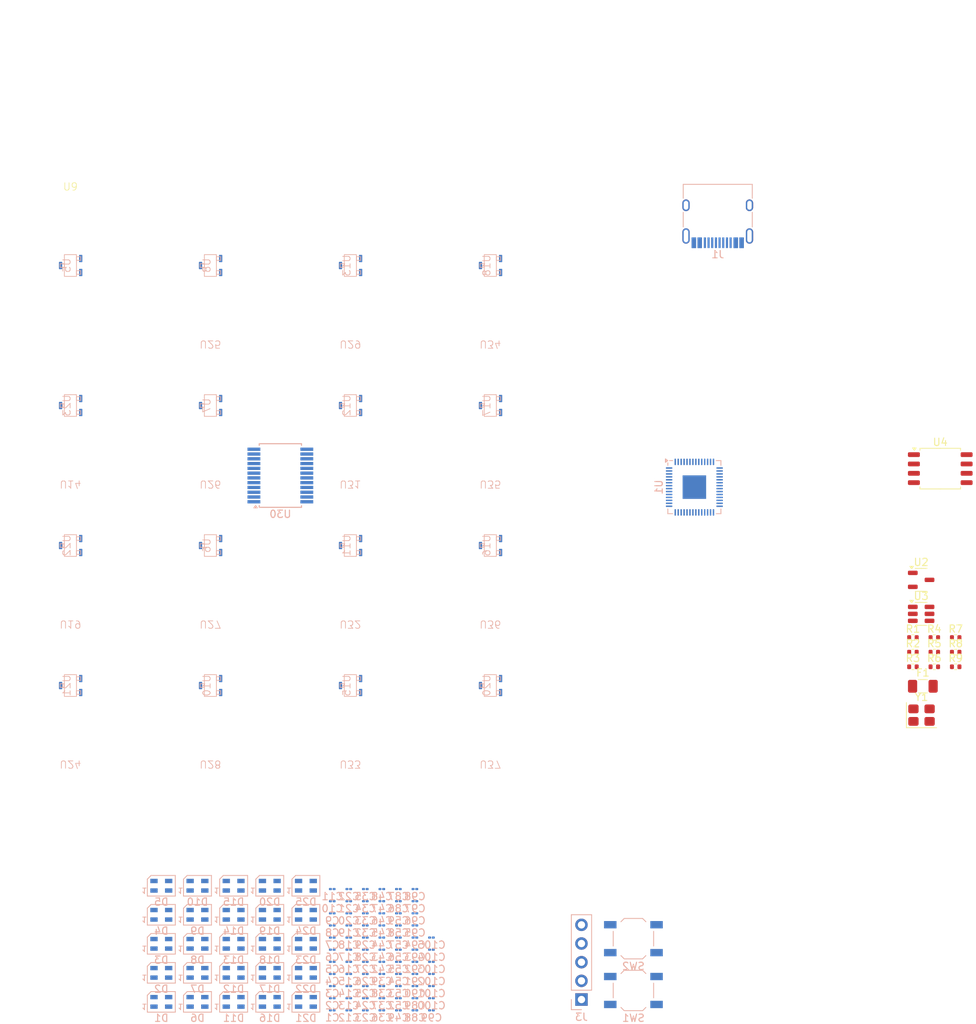
<source format=kicad_pcb>
(kicad_pcb (version 20241229) (generator "pcbnew") (generator_version "9.0")
  (layers (0 "F.Cu" signal) (2 "B.Cu" signal) (13 "F.Paste" user) (15 "B.Paste" user) (5 "F.SilkS" user "F.Silkscreen") (7 "B.SilkS" user "B.Silkscreen") (1 "F.Mask" user) (3 "B.Mask" user) (25 "Edge.Cuts" user))
  (net 0 "")
  (net 1 "+1V1")
  (net 2 "GND")
  (net 3 "+3V3")
  (net 4 "+5V")
  (net 5 "XIN")
  (net 6 "Net-(C16-Pad2)")
  (net 7 "HE0")
  (net 8 "HE1")
  (net 9 "HE2")
  (net 10 "HE3")
  (net 11 "LED")
  (net 12 "Net-(D1-DOUT)")
  (net 13 "Net-(D2-DOUT)")
  (net 14 "Net-(D3-DOUT)")
  (net 15 "Net-(D4-DOUT)")
  (net 16 "Net-(D10-DOUT)")
  (net 17 "Net-(D11-DIN)")
  (net 18 "Net-(D6-DOUT)")
  (net 19 "Net-(D7-DOUT)")
  (net 20 "Net-(D8-DOUT)")
  (net 21 "Net-(D10-DIN)")
  (net 22 "Net-(D11-DOUT)")
  (net 23 "Net-(D12-DOUT)")
  (net 24 "Net-(D13-DOUT)")
  (net 25 "Net-(D14-DOUT)")
  (net 26 "Net-(D15-DOUT)")
  (net 27 "Net-(D16-DOUT)")
  (net 28 "Net-(D16-DIN)")
  (net 29 "Net-(D17-DOUT)")
  (net 30 "Net-(D18-DOUT)")
  (net 31 "Net-(D19-DOUT)")
  (net 32 "Net-(D21-DOUT)")
  (net 33 "Net-(D22-DOUT)")
  (net 34 "Net-(D23-DOUT)")
  (net 35 "Net-(D24-DOUT)")
  (net 36 "VBUS")
  (net 37 "D+")
  (net 38 "Net-(J1-CC2)")
  (net 41 "D-")
  (net 42 "Net-(J1-CC1)")
  (net 43 "SWC")
  (net 44 "RESET")
  (net 45 "SWD")
  (net 46 "Net-(U1-USB_DP)")
  (net 47 "Net-(U1-USB_DM)")
  (net 48 "XOUT")
  (net 49 "Q_SEL")
  (net 50 "Net-(R7-Pad1)")
  (net 51 "Net-(R8-Pad1)")
  (net 52 "MUX_A_SEL1")
  (net 53 "Q_ID1")
  (net 58 "Q_ID0")
  (net 59 "Q_CLK")
  (net 60 "MUX_A_SEL2")
  (net 61 "MUX_A_SEL3")
  (net 63 "MUX_A_OUT")
  (net 66 "Q_ID3")
  (net 80 "MUX_A_SEL0")
  (net 85 "Q_ID2")
  (net 88 "HE8")
  (net 89 "HE12")
  (net 90 "HE7")
  (net 91 "HE15")
  (net 92 "HE10")
  (net 93 "HE13")
  (net 94 "HE14")
  (net 95 "HE5")
  (net 97 "HE6")
  (net 98 "HE4")
  (net 99 "HE9")
  (net 100 "HE11")
  (footprint "Resistor_SMD:R_0402_1005Metric" (layer "F.Cu") (at 150.919375 85.94625)
    (property "Reference" "R5" (at 0 -1.17 0) (layer "F.SilkS"))
    (property "Value" "1k")
    (pad "1" smd roundrect (at -0.51 0) (size 0.54 0.64) (layers "F.Cu" "F.Mask" "F.Paste") (net 6 "Net-(C16-Pad2)"))
    (pad "2" smd roundrect (at 0.51 0) (size 0.54 0.64) (layers "F.Cu" "F.Mask" "F.Paste") (net 48 "XOUT"))
  )
  (footprint "Fuse:Fuse_1206_3216Metric" (layer "F.Cu") (at 149.359375 90.58625)
    (property "Reference" "F1" (at 0 -1.83 0) (layer "F.SilkS"))
    (property "Value" "Fuse_Small")
    (pad "1" smd roundrect (at -1.4 0) (size 1.25 1.75) (layers "F.Cu" "F.Mask" "F.Paste") (roundrect_rratio 0.2) (net 36 "VBUS"))
    (pad "2" smd roundrect (at 1.4 0) (size 1.25 1.75) (layers "F.Cu" "F.Mask" "F.Paste") (roundrect_rratio 0.2) (net 4 "+5V"))
  )
  (footprint "Package_TO_SOT_SMD:SOT-23-6" (layer "F.Cu") (at 149.129375 80.73625)
    (property "Reference" "U3" (at 0 -2.4 0) (layer "F.SilkS"))
    (property "Value" "SRV05-4")
    (pad "1" smd roundrect (at -1.1375 -0.95) (size 1.325 0.6) (layers "F.Cu" "F.Mask" "F.Paste") (net 37 "D+"))
    (pad "2" smd roundrect (at -1.1375 0) (size 1.325 0.6) (layers "F.Cu" "F.Mask" "F.Paste") (net 2 "GND"))
    (pad "3" smd roundrect (at -1.1375 0.95) (size 1.325 0.6) (layers "F.Cu" "F.Mask" "F.Paste") (net 41 "D-"))
    (pad "4" smd roundrect (at 1.1375 0.95) (size 1.325 0.6) (layers "F.Cu" "F.Mask" "F.Paste"))
    (pad "5" smd roundrect (at 1.1375 0) (size 1.325 0.6) (layers "F.Cu" "F.Mask" "F.Paste") (net 4 "+5V"))
    (pad "6" smd roundrect (at 1.1375 -0.95) (size 1.325 0.6) (layers "F.Cu" "F.Mask" "F.Paste"))
  )
  (footprint "Package_TO_SOT_SMD:SOT-23-3" (layer "F.Cu") (at 149.129375 76.11125)
    (property "Reference" "U2" (at 0 -2.4 0) (layer "F.SilkS"))
    (property "Value" "XC6206PxxxMR")
    (pad "1" smd roundrect (at -1.1375 -0.95) (size 1.325 0.6) (layers "F.Cu" "F.Mask" "F.Paste") (net 2 "GND"))
    (pad "2" smd roundrect (at -1.1375 0.95) (size 1.325 0.6) (layers "F.Cu" "F.Mask" "F.Paste") (net 3 "+3V3"))
    (pad "3" smd roundrect (at 1.1375 0) (size 1.325 0.6) (layers "F.Cu" "F.Mask" "F.Paste") (net 4 "+5V"))
  )
  (footprint "Resistor_SMD:R_0402_1005Metric" (layer "F.Cu") (at 153.829375 87.93625)
    (property "Reference" "R9" (at 0 -1.17 0) (layer "F.SilkS"))
    (property "Value" "5.1k")
    (pad "1" smd roundrect (at -0.51 0) (size 0.54 0.64) (layers "F.Cu" "F.Mask" "F.Paste") (net 3 "+3V3"))
    (pad "2" smd roundrect (at 0.51 0) (size 0.54 0.64) (layers "F.Cu" "F.Mask" "F.Paste") (net 50 "Net-(R7-Pad1)"))
  )
  (footprint "Resistor_SMD:R_0402_1005Metric" (layer "F.Cu") (at 148.009375 83.95625)
    (property "Reference" "R1" (at 0 -1.17 0) (layer "F.SilkS"))
    (property "Value" "27.4k")
    (pad "1" smd roundrect (at -0.51 0) (size 0.54 0.64) (layers "F.Cu" "F.Mask" "F.Paste") (net 46 "Net-(U1-USB_DP)"))
    (pad "2" smd roundrect (at 0.51 0) (size 0.54 0.64) (layers "F.Cu" "F.Mask" "F.Paste") (net 37 "D+"))
  )
  (footprint "Resistor_SMD:R_0402_1005Metric" (layer "F.Cu") (at 150.919375 83.95625)
    (property "Reference" "R4" (at 0 -1.17 0) (layer "F.SilkS"))
    (property "Value" "5.1k")
    (pad "1" smd roundrect (at -0.51 0) (size 0.54 0.64) (layers "F.Cu" "F.Mask" "F.Paste") (net 2 "GND"))
    (pad "2" smd roundrect (at 0.51 0) (size 0.54 0.64) (layers "F.Cu" "F.Mask" "F.Paste") (net 38 "Net-(J1-CC2)"))
  )
  (footprint "Resistor_SMD:R_0402_1005Metric" (layer "F.Cu") (at 153.829375 85.94625)
    (property "Reference" "R8" (at 0 -1.17 0) (layer "F.SilkS"))
    (property "Value" "1k")
    (pad "1" smd roundrect (at -0.51 0) (size 0.54 0.64) (layers "F.Cu" "F.Mask" "F.Paste") (net 51 "Net-(R8-Pad1)"))
    (pad "2" smd roundrect (at 0.51 0) (size 0.54 0.64) (layers "F.Cu" "F.Mask" "F.Paste") (net 49 "Q_SEL"))
  )
  (footprint "Package_SO:SOIC-8_5.3x5.3mm_P1.27mm" (layer "F.Cu") (at 151.729375 60.97625)
    (property "Reference" "U4" (at 0 -3.6 0) (layer "F.SilkS"))
    (property "Value" "W25Q128JVS")
    (pad "1" smd roundrect (at -3.5875 -1.905) (size 1.625 0.65) (layers "F.Cu" "F.Mask" "F.Paste") (net 49 "Q_SEL"))
    (pad "2" smd roundrect (at -3.5875 -0.635) (size 1.625 0.65) (layers "F.Cu" "F.Mask" "F.Paste") (net 53 "Q_ID1"))
    (pad "3" smd roundrect (at -3.5875 0.635) (size 1.625 0.65) (layers "F.Cu" "F.Mask" "F.Paste") (net 85 "Q_ID2"))
    (pad "4" smd roundrect (at -3.5875 1.905) (size 1.625 0.65) (layers "F.Cu" "F.Mask" "F.Paste") (net 2 "GND"))
    (pad "5" smd roundrect (at 3.5875 1.905) (size 1.625 0.65) (layers "F.Cu" "F.Mask" "F.Paste") (net 58 "Q_ID0"))
    (pad "6" smd roundrect (at 3.5875 0.635) (size 1.625 0.65) (layers "F.Cu" "F.Mask" "F.Paste") (net 59 "Q_CLK"))
    (pad "7" smd roundrect (at 3.5875 -0.635) (size 1.625 0.65) (layers "F.Cu" "F.Mask" "F.Paste") (net 66 "Q_ID3"))
    (pad "8" smd roundrect (at 3.5875 -1.905) (size 1.625 0.65) (layers "F.Cu" "F.Mask" "F.Paste") (net 3 "+3V3"))
  )
  (footprint "Resistor_SMD:R_0402_1005Metric" (layer "F.Cu") (at 150.919375 87.93625)
    (property "Reference" "R6" (at 0 -1.17 0) (layer "F.SilkS"))
    (property "Value" "5.1k")
    (pad "1" smd roundrect (at -0.51 0) (size 0.54 0.64) (layers "F.Cu" "F.Mask" "F.Paste") (net 3 "+3V3"))
    (pad "2" smd roundrect (at 0.51 0) (size 0.54 0.64) (layers "F.Cu" "F.Mask" "F.Paste") (net 44 "RESET"))
  )
  (footprint "Resistor_SMD:R_0402_1005Metric" (layer "F.Cu") (at 153.829375 83.95625)
    (property "Reference" "R7" (at 0 -1.17 0) (layer "F.SilkS"))
    (property "Value" "5.1k")
    (pad "1" smd roundrect (at -0.51 0) (size 0.54 0.64) (layers "F.Cu" "F.Mask" "F.Paste") (net 50 "Net-(R7-Pad1)"))
    (pad "2" smd roundrect (at 0.51 0) (size 0.54 0.64) (layers "F.Cu" "F.Mask" "F.Paste") (net 49 "Q_SEL"))
  )
  (footprint "Crystal:Crystal_SMD_3225-4Pin_3.2x2.5mm" (layer "F.Cu") (at 149.179375 94.51625)
    (property "Reference" "Y1" (at 0 -2.45 0) (layer "F.SilkS"))
    (property "Value" "ABM8-272-T3")
    (pad "1" smd roundrect (at -1.1 0.85) (size 1.4 1.2) (layers "F.Cu" "F.Mask" "F.Paste") (roundrect_rratio 0.208333) (net 6 "Net-(C16-Pad2)"))
    (pad "2" smd roundrect (at 1.1 0.85) (size 1.4 1.2) (layers "F.Cu" "F.Mask" "F.Paste") (roundrect_rratio 0.208333) (net 2 "GND"))
    (pad "3" smd roundrect (at 1.1 -0.85) (size 1.4 1.2) (layers "F.Cu" "F.Mask" "F.Paste") (roundrect_rratio 0.208333) (net 5 "XIN"))
    (pad "4" smd roundrect (at -1.1 -0.85) (size 1.4 1.2) (layers "F.Cu" "F.Mask" "F.Paste") (roundrect_rratio 0.208333) (net 2 "GND"))
  )
  (footprint "Resistor_SMD:R_0402_1005Metric" (layer "F.Cu") (at 148.009375 85.94625)
    (property "Reference" "R2" (at 0 -1.17 0) (layer "F.SilkS"))
    (property "Value" "27.4k")
    (pad "1" smd roundrect (at -0.51 0) (size 0.54 0.64) (layers "F.Cu" "F.Mask" "F.Paste") (net 41 "D-"))
    (pad "2" smd roundrect (at 0.51 0) (size 0.54 0.64) (layers "F.Cu" "F.Mask" "F.Paste") (net 47 "Net-(U1-USB_DM)"))
  )
  (footprint "lxsquid:Gateron_1.00u" (layer "F.Cu") (at 33.3375 33.3375)
    (property "Reference" "U9" (at 0 -10.715625 0) (layer "F.SilkS") (effects (font (thickness 0.1))))
    (property "Value" "~")
    (pad "" np_thru_hole circle (at -5.08 0) (size 1.75 1.75) (drill 1.75) (layers "*.Cu" "*.Mask"))
    (pad "" np_thru_hole circle (at 5.08 0) (size 1.75 1.75) (drill 1.75) (layers "*.Cu" "*.Mask"))
  )
  (footprint "Resistor_SMD:R_0402_1005Metric" (layer "F.Cu") (at 148.009375 87.93625)
    (property "Reference" "R3" (at 0 -1.17 0) (layer "F.SilkS"))
    (property "Value" "5.1k")
    (pad "1" smd roundrect (at -0.51 0) (size 0.54 0.64) (layers "F.Cu" "F.Mask" "F.Paste") (net 42 "Net-(J1-CC1)"))
    (pad "2" smd roundrect (at 0.51 0) (size 0.54 0.64) (layers "F.Cu" "F.Mask" "F.Paste") (net 2 "GND"))
  )
  (footprint "LED_SMD:LED_SK6805_PLCC4_2.4x2.7mm_P1.3mm" (layer "B.Cu") (at 60.47 133.53125)
    (property "Reference" "D16" (at 0 2.2 180) (layer "B.SilkS") (effects (justify mirror)))
    (property "Value" "SK6805")
    (fp_text user "1" (at -2.3 0.65 180) (layer "B.SilkS") (effects (font (size 0.75 0.75) (thickness 0.12)) (justify mirror)))
    (pad "1" smd rect (at -1 0.65) (size 1 0.6) (layers "B.Cu" "B.Mask" "B.Paste") (net 27 "Net-(D16-DOUT)"))
    (pad "2" smd rect (at -1 -0.65) (size 1 0.6) (layers "B.Cu" "B.Mask" "B.Paste") (net 2 "GND"))
    (pad "3" smd rect (at 1 -0.65) (size 1 0.6) (layers "B.Cu" "B.Mask" "B.Paste") (net 28 "Net-(D16-DIN)"))
    (pad "4" smd rect (at 1 0.65) (size 1 0.6) (layers "B.Cu" "B.Mask" "B.Paste") (net 4 "+5V"))
  )
  (footprint "Capacitor_SMD:C_01005_0402Metric" (layer "B.Cu") (at 75.725 131.38125)
    (property "Reference" "C38" (at 0 1 180) (layer "B.SilkS") (effects (justify mirror)))
    (property "Value" "10pF")
    (pad "1" smd roundrect (at -0.25 0) (size 0.4 0.3) (layers "B.Cu" "B.Mask") (net 2 "GND"))
    (pad "2" smd roundrect (at 0.25 0) (size 0.4 0.3) (layers "B.Cu" "B.Mask") (net 10 "HE3"))
  )
  (footprint "lxsquid:Gateron_1.00u" (layer "B.Cu") (at 71.4375 52.3875)
    (property "Reference" "U31" (at 0 10.715625 180) (layer "B.SilkS") (effects (font (thickness 0.1)) (justify mirror)))
    (property "Value" "~")
    (pad "" np_thru_hole circle (at -5.08 0) (size 1.75 1.75) (drill 1.75) (layers "*.Cu" "*.Mask"))
    (pad "" np_thru_hole circle (at 5.08 0) (size 1.75 1.75) (drill 1.75) (layers "*.Cu" "*.Mask"))
  )
  (footprint "LED_SMD:LED_SK6805_PLCC4_2.4x2.7mm_P1.3mm" (layer "B.Cu") (at 55.55 117.73125)
    (property "Reference" "D15" (at 0 2.2 180) (layer "B.SilkS") (effects (justify mirror)))
    (property "Value" "SK6805")
    (fp_text user "1" (at -2.3 0.65 180) (layer "B.SilkS") (effects (font (size 0.75 0.75) (thickness 0.12)) (justify mirror)))
    (pad "1" smd rect (at -1 0.65) (size 1 0.6) (layers "B.Cu" "B.Mask" "B.Paste") (net 26 "Net-(D15-DOUT)"))
    (pad "2" smd rect (at -1 -0.65) (size 1 0.6) (layers "B.Cu" "B.Mask" "B.Paste") (net 2 "GND"))
    (pad "3" smd rect (at 1 -0.65) (size 1 0.6) (layers "B.Cu" "B.Mask" "B.Paste") (net 25 "Net-(D14-DOUT)"))
    (pad "4" smd rect (at 1 0.65) (size 1 0.6) (layers "B.Cu" "B.Mask" "B.Paste") (net 4 "+5V"))
  )
  (footprint "analog-keeb:HX6659-SOT23" (layer "B.Cu") (at 90.4875 33.3375 -90)
    (property "Reference" "U18" (at 0 0.499999 90) (layer "B.SilkS") (effects (font (thickness 0.1)) (justify mirror)))
    (property "Value" "~")
    (pad "1" smd roundrect (at -0.95 -1.4 90) (size 1 0.45) (layers "B.Cu" "B.Mask" "B.Paste") (roundrect_rratio 0.15) (net 4 "+5V"))
    (pad "2" smd roundrect (at 0.95 -1.4 270) (size 1 0.45) (layers "B.Cu" "B.Mask" "B.Paste") (roundrect_rratio 0.15) (net 10 "HE3"))
    (pad "3" smd roundrect (at 0 1.3375 270) (size 1 0.45) (layers "B.Cu" "B.Mask" "B.Paste") (roundrect_rratio 0.15) (net 2 "GND"))
  )
  (footprint "Capacitor_SMD:C_01005_0402Metric" (layer "B.Cu") (at 77.975 123.13125)
    (property "Reference" "C58" (at 0 1 180) (layer "B.SilkS") (effects (justify mirror)))
    (property "Value" "10pF")
    (pad "1" smd roundrect (at -0.25 0) (size 0.4 0.3) (layers "B.Cu" "B.Mask") (net 2 "GND"))
    (pad "2" smd roundrect (at 0.25 0) (size 0.4 0.3) (layers "B.Cu" "B.Mask") (net 10 "HE3"))
  )
  (footprint "LED_SMD:LED_SK6805_PLCC4_2.4x2.7mm_P1.3mm" (layer "B.Cu") (at 55.55 125.63125)
    (property "Reference" "D13" (at 0 2.2 180) (layer "B.SilkS") (effects (justify mirror)))
    (property "Value" "SK6805")
    (fp_text user "1" (at -2.3 0.65 180) (layer "B.SilkS") (effects (font (size 0.75 0.75) (thickness 0.12)) (justify mirror)))
    (pad "1" smd rect (at -1 0.65) (size 1 0.6) (layers "B.Cu" "B.Mask" "B.Paste") (net 24 "Net-(D13-DOUT)"))
    (pad "2" smd rect (at -1 -0.65) (size 1 0.6) (layers "B.Cu" "B.Mask" "B.Paste") (net 2 "GND"))
    (pad "3" smd rect (at 1 -0.65) (size 1 0.6) (layers "B.Cu" "B.Mask" "B.Paste") (net 23 "Net-(D12-DOUT)"))
    (pad "4" smd rect (at 1 0.65) (size 1 0.6) (layers "B.Cu" "B.Mask" "B.Paste") (net 4 "+5V"))
  )
  (footprint "Capacitor_SMD:C_01005_0402Metric" (layer "B.Cu") (at 73.475 131.38125)
    (property "Reference" "C25" (at 0 1 180) (layer "B.SilkS") (effects (justify mirror)))
    (property "Value" "1nF")
    (pad "1" smd roundrect (at -0.25 0) (size 0.4 0.3) (layers "B.Cu" "B.Mask") (net 4 "+5V"))
    (pad "2" smd roundrect (at 0.25 0) (size 0.4 0.3) (layers "B.Cu" "B.Mask") (net 2 "GND"))
  )
  (footprint "lxsquid:Gateron_1.00u" (layer "B.Cu") (at 52.3875 52.3875)
    (property "Reference" "U26" (at 0 10.715625 180) (layer "B.SilkS") (effects (font (thickness 0.1)) (justify mirror)))
    (property "Value" "~")
    (pad "" np_thru_hole circle (at -5.08 0) (size 1.75 1.75) (drill 1.75) (layers "*.Cu" "*.Mask"))
    (pad "" np_thru_hole circle (at 5.08 0) (size 1.75 1.75) (drill 1.75) (layers "*.Cu" "*.Mask"))
  )
  (footprint "Capacitor_SMD:C_01005_0402Metric" (layer "B.Cu") (at 77.975 118.18125)
    (property "Reference" "C87" (at 0 1 180) (layer "B.SilkS") (effects (justify mirror)))
    (property "Value" "100nF")
    (pad "1" smd roundrect (at -0.25 0) (size 0.4 0.3) (layers "B.Cu" "B.Mask") (net 2 "GND"))
    (pad "2" smd roundrect (at 0.25 0) (size 0.4 0.3) (layers "B.Cu" "B.Mask") (net 4 "+5V"))
  )
  (footprint "LED_SMD:LED_SK6805_PLCC4_2.4x2.7mm_P1.3mm" (layer "B.Cu") (at 60.47 129.58125)
    (property "Reference" "D17" (at 0 2.2 180) (layer "B.SilkS") (effects (justify mirror)))
    (property "Value" "SK6805")
    (fp_text user "1" (at -2.3 0.65 180) (layer "B.SilkS") (effects (font (size 0.75 0.75) (thickness 0.12)) (justify mirror)))
    (pad "1" smd rect (at -1 0.65) (size 1 0.6) (layers "B.Cu" "B.Mask" "B.Paste") (net 29 "Net-(D17-DOUT)"))
    (pad "2" smd rect (at -1 -0.65) (size 1 0.6) (layers "B.Cu" "B.Mask" "B.Paste") (net 2 "GND"))
    (pad "3" smd rect (at 1 -0.65) (size 1 0.6) (layers "B.Cu" "B.Mask" "B.Paste") (net 27 "Net-(D16-DOUT)"))
    (pad "4" smd rect (at 1 0.65) (size 1 0.6) (layers "B.Cu" "B.Mask" "B.Paste") (net 4 "+5V"))
  )
  (footprint "lxsquid:Gateron_1.00u" (layer "B.Cu") (at 52.3875 90.4875)
    (property "Reference" "U28" (at 0 10.715625 180) (layer "B.SilkS") (effects (font (thickness 0.1)) (justify mirror)))
    (property "Value" "~")
    (pad "" np_thru_hole circle (at -5.08 0) (size 1.75 1.75) (drill 1.75) (layers "*.Cu" "*.Mask"))
    (pad "" np_thru_hole circle (at 5.08 0) (size 1.75 1.75) (drill 1.75) (layers "*.Cu" "*.Mask"))
  )
  (footprint "Capacitor_SMD:C_01005_0402Metric" (layer "B.Cu") (at 71.225 133.03125)
    (property "Reference" "C13" (at 0 1 180) (layer "B.SilkS") (effects (justify mirror)))
    (property "Value" "100n")
    (pad "1" smd roundrect (at -0.25 0) (size 0.4 0.3) (layers "B.Cu" "B.Mask") (net 2 "GND"))
    (pad "2" smd roundrect (at 0.25 0) (size 0.4 0.3) (layers "B.Cu" "B.Mask") (net 3 "+3V3"))
  )
  (footprint "LED_SMD:LED_SK6805_PLCC4_2.4x2.7mm_P1.3mm" (layer "B.Cu") (at 65.39 129.58125)
    (property "Reference" "D22" (at 0 2.2 180) (layer "B.SilkS") (effects (justify mirror)))
    (property "Value" "SK6805")
    (fp_text user "1" (at -2.3 0.65 180) (layer "B.SilkS") (effects (font (size 0.75 0.75) (thickness 0.12)) (justify mirror)))
    (pad "1" smd rect (at -1 0.65) (size 1 0.6) (layers "B.Cu" "B.Mask" "B.Paste") (net 33 "Net-(D22-DOUT)"))
    (pad "2" smd rect (at -1 -0.65) (size 1 0.6) (layers "B.Cu" "B.Mask" "B.Paste") (net 2 "GND"))
    (pad "3" smd rect (at 1 -0.65) (size 1 0.6) (layers "B.Cu" "B.Mask" "B.Paste") (net 32 "Net-(D21-DOUT)"))
    (pad "4" smd rect (at 1 0.65) (size 1 0.6) (layers "B.Cu" "B.Mask" "B.Paste") (net 4 "+5V"))
  )
  (footprint "lxsquid:Gateron_1.00u" (layer "B.Cu") (at 52.3875 71.4375)
    (property "Reference" "U27" (at 0 10.715625 180) (layer "B.SilkS") (effects (font (thickness 0.1)) (justify mirror)))
    (property "Value" "~")
    (pad "" np_thru_hole circle (at -5.08 0) (size 1.75 1.75) (drill 1.75) (layers "*.Cu" "*.Mask"))
    (pad "" np_thru_hole circle (at 5.08 0) (size 1.75 1.75) (drill 1.75) (layers "*.Cu" "*.Mask"))
  )
  (footprint "Capacitor_SMD:C_01005_0402Metric" (layer "B.Cu") (at 80.225 123.13125)
    (property "Reference" "C95" (at 0 1 180) (layer "B.SilkS") (effects (justify mirror)))
    (property "Value" "100nF")
    (pad "1" smd roundrect (at -0.25 0) (size 0.4 0.3) (layers "B.Cu" "B.Mask") (net 2 "GND"))
    (pad "2" smd roundrect (at 0.25 0) (size 0.4 0.3) (layers "B.Cu" "B.Mask") (net 4 "+5V"))
  )
  (footprint "lxsquid:Gateron_1.00u" (layer "B.Cu") (at 52.3875 33.3375)
    (property "Reference" "U25" (at 0 10.715625 180) (layer "B.SilkS") (effects (font (thickness 0.1)) (justify mirror)))
    (property "Value" "~")
    (pad "" np_thru_hole circle (at -5.08 0) (size 1.75 1.75) (drill 1.75) (layers "*.Cu" "*.Mask"))
    (pad "" np_thru_hole circle (at 5.08 0) (size 1.75 1.75) (drill 1.75) (layers "*.Cu" "*.Mask"))
  )
  (footprint "lxsquid:Gateron_1.00u" (layer "B.Cu") (at 90.4875 33.3375)
    (property "Reference" "U34" (at 0 10.715625 180) (layer "B.SilkS") (effects (font (thickness 0.1)) (justify mirror)))
    (property "Value" "~")
    (pad "" np_thru_hole circle (at -5.08 0) (size 1.75 1.75) (drill 1.75) (layers "*.Cu" "*.Mask"))
    (pad "" np_thru_hole circle (at 5.08 0) (size 1.75 1.75) (drill 1.75) (layers "*.Cu" "*.Mask"))
  )
  (footprint "LED_SMD:LED_SK6805_PLCC4_2.4x2.7mm_P1.3mm" (layer "B.Cu") (at 50.63 121.68125)
    (property "Reference" "D9" (at 0 2.2 180) (layer "B.SilkS") (effects (justify mirror)))
    (property "Value" "SK6805")
    (fp_text user "1" (at -2.3 0.65 180) (layer "B.SilkS") (effects (font (size 0.75 0.75) (thickness 0.12)) (justify mirror)))
    (pad "1" smd rect (at -1 0.65) (size 1 0.6) (layers "B.Cu" "B.Mask" "B.Paste") (net 21 "Net-(D10-DIN)"))
    (pad "2" smd rect (at -1 -0.65) (size 1 0.6) (layers "B.Cu" "B.Mask" "B.Paste") (net 2 "GND"))
    (pad "3" smd rect (at 1 -0.65) (size 1 0.6) (layers "B.Cu" "B.Mask" "B.Paste") (net 20 "Net-(D8-DOUT)"))
    (pad "4" smd rect (at 1 0.65) (size 1 0.6) (layers "B.Cu" "B.Mask" "B.Paste") (net 4 "+5V"))
  )
  (footprint "Capacitor_SMD:C_01005_0402Metric" (layer "B.Cu") (at 77.975 134.68125)
    (property "Reference" "C49" (at 0 1 180) (layer "B.SilkS") (effects (justify mirror)))
    (property "Value" "1nF")
    (pad "1" smd roundrect (at -0.25 0) (size 0.4 0.3) (layers "B.Cu" "B.Mask") (net 4 "+5V"))
    (pad "2" smd roundrect (at 0.25 0) (size 0.4 0.3) (layers "B.Cu" "B.Mask") (net 2 "GND"))
  )
  (footprint "LED_SMD:LED_SK6805_PLCC4_2.4x2.7mm_P1.3mm" (layer "B.Cu") (at 55.55 129.58125)
    (property "Reference" "D12" (at 0 2.2 180) (layer "B.SilkS") (effects (justify mirror)))
    (property "Value" "SK6805")
    (fp_text user "1" (at -2.3 0.65 180) (layer "B.SilkS") (effects (font (size 0.75 0.75) (thickness 0.12)) (justify mirror)))
    (pad "1" smd rect (at -1 0.65) (size 1 0.6) (layers "B.Cu" "B.Mask" "B.Paste") (net 23 "Net-(D12-DOUT)"))
    (pad "2" smd rect (at -1 -0.65) (size 1 0.6) (layers "B.Cu" "B.Mask" "B.Paste") (net 2 "GND"))
    (pad "3" smd rect (at 1 -0.65) (size 1 0.6) (layers "B.Cu" "B.Mask" "B.Paste") (net 22 "Net-(D11-DOUT)"))
    (pad "4" smd rect (at 1 0.65) (size 1 0.6) (layers "B.Cu" "B.Mask" "B.Paste") (net 4 "+5V"))
  )
  (footprint "Capacitor_SMD:C_01005_0402Metric" (layer "B.Cu") (at 75.725 134.68125)
    (property "Reference" "C36" (at 0 1 180) (layer "B.SilkS") (effects (justify mirror)))
    (property "Value" "10pF")
    (pad "1" smd roundrect (at -0.25 0) (size 0.4 0.3) (layers "B.Cu" "B.Mask") (net 2 "GND"))
    (pad "2" smd roundrect (at 0.25 0) (size 0.4 0.3) (layers "B.Cu" "B.Mask") (net 9 "HE2"))
  )
  (footprint "Capacitor_SMD:C_01005_0402Metric" (layer "B.Cu") (at 73.475 121.48125)
    (property "Reference" "C33" (at 0 1 180) (layer "B.SilkS") (effects (justify mirror)))
    (property "Value" "1nF")
    (pad "1" smd roundrect (at -0.25 0) (size 0.4 0.3) (layers "B.Cu" "B.Mask") (net 4 "+5V"))
    (pad "2" smd roundrect (at 0.25 0) (size 0.4 0.3) (layers "B.Cu" "B.Mask") (net 2 "GND"))
  )
  (footprint "lxsquid:Gateron_1.00u" (layer "B.Cu") (at 90.4875 71.4375)
    (property "Reference" "U36" (at 0 10.715625 180) (layer "B.SilkS") (effects (font (thickness 0.1)) (justify mirror)))
    (property "Value" "~")
    (pad "" np_thru_hole circle (at -5.08 0) (size 1.75 1.75) (drill 1.75) (layers "*.Cu" "*.Mask"))
    (pad "" np_thru_hole circle (at 5.08 0) (size 1.75 1.75) (drill 1.75) (layers "*.Cu" "*.Mask"))
  )
  (footprint "LED_SMD:LED_SK6805_PLCC4_2.4x2.7mm_P1.3mm" (layer "B.Cu") (at 55.55 121.68125)
    (property "Reference" "D14" (at 0 2.2 180) (layer "B.SilkS") (effects (justify mirror)))
    (property "Value" "SK6805")
    (fp_text user "1" (at -2.3 0.65 180) (layer "B.SilkS") (effects (font (size 0.75 0.75) (thickness 0.12)) (justify mirror)))
    (pad "1" smd rect (at -1 0.65) (size 1 0.6) (layers "B.Cu" "B.Mask" "B.Paste") (net 25 "Net-(D14-DOUT)"))
    (pad "2" smd rect (at -1 -0.65) (size 1 0.6) (layers "B.Cu" "B.Mask" "B.Paste") (net 2 "GND"))
    (pad "3" smd rect (at 1 -0.65) (size 1 0.6) (layers "B.Cu" "B.Mask" "B.Paste") (net 24 "Net-(D13-DOUT)"))
    (pad "4" smd rect (at 1 0.65) (size 1 0.6) (layers "B.Cu" "B.Mask" "B.Paste") (net 4 "+5V"))
  )
  (footprint "LED_SMD:LED_SK6805_PLCC4_2.4x2.7mm_P1.3mm" (layer "B.Cu") (at 45.71 125.63125)
    (property "Reference" "D3" (at 0 2.2 180) (layer "B.SilkS") (effects (justify mirror)))
    (property "Value" "SK6805")
    (fp_text user "1" (at -2.3 0.65 180) (layer "B.SilkS") (effects (font (size 0.75 0.75) (thickness 0.12)) (justify mirror)))
    (pad "1" smd rect (at -1 0.65) (size 1 0.6) (layers "B.Cu" "B.Mask" "B.Paste") (net 14 "Net-(D3-DOUT)"))
    (pad "2" smd rect (at -1 -0.65) (size 1 0.6) (layers "B.Cu" "B.Mask" "B.Paste") (net 2 "GND"))
    (pad "3" smd rect (at 1 -0.65) (size 1 0.6) (layers "B.Cu" "B.Mask" "B.Paste") (net 13 "Net-(D2-DOUT)"))
    (pad "4" smd rect (at 1 0.65) (size 1 0.6) (layers "B.Cu" "B.Mask" "B.Paste") (net 4 "+5V"))
  )
  (footprint "Capacitor_SMD:C_01005_0402Metric" (layer "B.Cu") (at 75.725 118.18125)
    (property "Reference" "C48" (at 0 1 180) (layer "B.SilkS") (effects (justify mirror)))
    (property "Value" "10pF")
    (pad "1" smd roundrect (at -0.25 0) (size 0.4 0.3) (layers "B.Cu" "B.Mask") (net 2 "GND"))
    (pad "2" smd roundrect (at 0.25 0) (size 0.4 0.3) (layers "B.Cu" "B.Mask") (net 10 "HE3"))
  )
  (footprint "Capacitor_SMD:C_01005_0402Metric" (layer "B.Cu") (at 82.475 133.03125)
    (property "Reference" "C100" (at 0 1 180) (layer "B.SilkS") (effects (justify mirror)))
    (property "Value" "100nF")
    (pad "1" smd roundrect (at -0.25 0) (size 0.4 0.3) (layers "B.Cu" "B.Mask") (net 2 "GND"))
    (pad "2" smd roundrect (at 0.25 0) (size 0.4 0.3) (layers "B.Cu" "B.Mask") (net 4 "+5V"))
  )
  (footprint "Capacitor_SMD:C_01005_0402Metric" (layer "B.Cu") (at 75.725 119.83125)
    (property "Reference" "C47" (at 0 1 180) (layer "B.SilkS") (effects (justify mirror)))
    (property "Value" "1nF")
    (pad "1" smd roundrect (at -0.25 0) (size 0.4 0.3) (layers "B.Cu" "B.Mask") (net 4 "+5V"))
    (pad "2" smd roundrect (at 0.25 0) (size 0.4 0.3) (layers "B.Cu" "B.Mask") (net 2 "GND"))
  )
  (footprint "LED_SMD:LED_SK6805_PLCC4_2.4x2.7mm_P1.3mm" (layer "B.Cu") (at 50.63 117.73125)
    (property "Reference" "D10" (at 0 2.2 180) (layer "B.SilkS") (effects (justify mirror)))
    (property "Value" "SK6805")
    (fp_text user "1" (at -2.3 0.65 180) (layer "B.SilkS") (effects (font (size 0.75 0.75) (thickness 0.12)) (justify mirror)))
    (pad "1" smd rect (at -1 0.65) (size 1 0.6) (layers "B.Cu" "B.Mask" "B.Paste") (net 16 "Net-(D10-DOUT)"))
    (pad "2" smd rect (at -1 -0.65) (size 1 0.6) (layers "B.Cu" "B.Mask" "B.Paste") (net 2 "GND"))
    (pad "3" smd rect (at 1 -0.65) (size 1 0.6) (layers "B.Cu" "B.Mask" "B.Paste") (net 21 "Net-(D10-DIN)"))
    (pad "4" smd rect (at 1 0.65) (size 1 0.6) (layers "B.Cu" "B.Mask" "B.Paste") (net 4 "+5V"))
  )
  (footprint "Capacitor_SMD:C_01005_0402Metric" (layer "B.Cu") (at 71.225 128.08125)
    (property "Reference" "C16" (at 0 1 180) (layer "B.SilkS") (effects (justify mirror)))
    (property "Value" "15p")
    (pad "1" smd roundrect (at -0.25 0) (size 0.4 0.3) (layers "B.Cu" "B.Mask") (net 2 "GND"))
    (pad "2" smd roundrect (at 0.25 0) (size 0.4 0.3) (layers "B.Cu" "B.Mask") (net 6 "Net-(C16-Pad2)"))
  )
  (footprint "analog-keeb:HX6659-SOT23" (layer "B.Cu") (at 90.4875 52.3875 -90)
    (property "Reference" "U17" (at 0 0.499999 90) (layer "B.SilkS") (effects (font (thickness 0.1)) (justify mirror)))
    (property "Value" "~")
    (pad "1" smd roundrect (at -0.95 -1.4 90) (size 1 0.45) (layers "B.Cu" "B.Mask" "B.Paste") (roundrect_rratio 0.15) (net 4 "+5V"))
    (pad "2" smd roundrect (at 0.95 -1.4 270) (size 1 0.45) (layers "B.Cu" "B.Mask" "B.Paste") (roundrect_rratio 0.15) (net 9 "HE2"))
    (pad "3" smd roundrect (at 0 1.3375 270) (size 1 0.45) (layers "B.Cu" "B.Mask" "B.Paste") (roundrect_rratio 0.15) (net 2 "GND"))
  )
  (footprint "analog-keeb:HX6659-SOT23" (layer "B.Cu") (at 52.3875 90.4875 -90)
    (property "Reference" "U10" (at 0 0.499999 90) (layer "B.SilkS") (effects (font (thickness 0.1)) (justify mirror)))
    (property "Value" "~")
    (pad "1" smd roundrect (at -0.95 -1.4 90) (size 1 0.45) (layers "B.Cu" "B.Mask" "B.Paste") (roundrect_rratio 0.15) (net 4 "+5V"))
    (pad "2" smd roundrect (at 0.95 -1.4 270) (size 1 0.45) (layers "B.Cu" "B.Mask" "B.Paste") (roundrect_rratio 0.15) (net 7 "HE0"))
    (pad "3" smd roundrect (at 0 1.3375 270) (size 1 0.45) (layers "B.Cu" "B.Mask" "B.Paste") (roundrect_rratio 0.15) (net 2 "GND"))
  )
  (footprint "analog-keeb:HX6659-SOT23" (layer "B.Cu") (at 52.3875 71.4375 -90)
    (property "Reference" "U6" (at 0 0.499999 90) (layer "B.SilkS") (effects (font (thickness 0.1)) (justify mirror)))
    (property "Value" "~")
    (pad "1" smd roundrect (at -0.95 -1.4 90) (size 1 0.45) (layers "B.Cu" "B.Mask" "B.Paste") (roundrect_rratio 0.15) (net 4 "+5V"))
    (pad "2" smd roundrect (at 0.95 -1.4 270) (size 1 0.45) (layers "B.Cu" "B.Mask" "B.Paste") (roundrect_rratio 0.15) (net 8 "HE1"))
    (pad "3" smd roundrect (at 0 1.3375 270) (size 1 0.45) (layers "B.Cu" "B.Mask" "B.Paste") (roundrect_rratio 0.15) (net 2 "GND"))
  )
  (footprint "Capacitor_SMD:C_01005_0402Metric" (layer "B.Cu") (at 80.225 124.78125)
    (property "Reference" "C94" (at 0 1 180) (layer "B.SilkS") (effects (justify mirror)))
    (property "Value" "100nF")
    (pad "1" smd roundrect (at -0.25 0) (size 0.4 0.3) (layers "B.Cu" "B.Mask") (net 2 "GND"))
    (pad "2" smd roundrect (at 0.25 0) (size 0.4 0.3) (layers "B.Cu" "B.Mask") (net 4 "+5V"))
  )
  (footprint "lxsquid:Gateron_1.00u" (layer "B.Cu") (at 71.4375 90.4875)
    (property "Reference" "U33" (at 0 10.715625 180) (layer "B.SilkS") (effects (font (thickness 0.1)) (justify mirror)))
    (property "Value" "~")
    (pad "" np_thru_hole circle (at -5.08 0) (size 1.75 1.75) (drill 1.75) (layers "*.Cu" "*.Mask"))
    (pad "" np_thru_hole circle (at 5.08 0) (size 1.75 1.75) (drill 1.75) (layers "*.Cu" "*.Mask"))
  )
  (footprint "Capacitor_SMD:C_01005_0402Metric" (layer "B.Cu") (at 68.975 124.78125)
    (property "Reference" "C7" (at 0 1 180) (layer "B.SilkS") (effects (justify mirror)))
    (property "Value" "100n")
    (pad "1" smd roundrect (at -0.25 0) (size 0.4 0.3) (layers "B.Cu" "B.Mask") (net 2 "GND"))
    (pad "2" smd roundrect (at 0.25 0) (size 0.4 0.3) (layers "B.Cu" "B.Mask") (net 3 "+3V3"))
  )
  (footprint "lxsquid:Gateron_1.00u" (layer "B.Cu") (at 90.4875 90.4875)
    (property "Reference" "U37" (at 0 10.715625 180) (layer "B.SilkS") (effects (font (thickness 0.1)) (justify mirror)))
    (property "Value" "~")
    (pad "" np_thru_hole circle (at -5.08 0) (size 1.75 1.75) (drill 1.75) (layers "*.Cu" "*.Mask"))
    (pad "" np_thru_hole circle (at 5.08 0) (size 1.75 1.75) (drill 1.75) (layers "*.Cu" "*.Mask"))
  )
  (footprint "Capacitor_SMD:C_01005_0402Metric" (layer "B.Cu") (at 71.225 119.83125)
    (property "Reference" "C21" (at 0 1 180) (layer "B.SilkS") (effects (justify mirror)))
    (property "Value" "100nF")
    (pad "1" smd roundrect (at -0.25 0) (size 0.4 0.3) (layers "B.Cu" "B.Mask") (net 2 "GND"))
    (pad "2" smd roundrect (at 0.25 0) (size 0.4 0.3) (layers "B.Cu" "B.Mask") (net 4 "+5V"))
  )
  (footprint "Capacitor_SMD:C_01005_0402Metric" (layer "B.Cu") (at 73.475 123.13125)
    (property "Reference" "C32" (at 0 1 180) (layer "B.SilkS") (effects (justify mirror)))
    (property "Value" "10pF")
    (pad "1" smd roundrect (at -0.25 0) (size 0.4 0.3) (layers "B.Cu" "B.Mask") (net 2 "GND"))
    (pad "2" smd roundrect (at 0.25 0) (size 0.4 0.3) (layers "B.Cu" "B.Mask") (net 7 "HE0"))
  )
  (footprint "LED_SMD:LED_SK6805_PLCC4_2.4x2.7mm_P1.3mm" (layer "B.Cu") (at 50.63 129.58125)
    (property "Reference" "D7" (at 0 2.2 180) (layer "B.SilkS") (effects (justify mirror)))
    (property "Value" "SK6805")
    (fp_text user "1" (at -2.3 0.65 180) (layer "B.SilkS") (effects (font (size 0.75 0.75) (thickness 0.12)) (justify mirror)))
    (pad "1" smd rect (at -1 0.65) (size 1 0.6) (layers "B.Cu" "B.Mask" "B.Paste") (net 19 "Net-(D7-DOUT)"))
    (pad "2" smd rect (at -1 -0.65) (size 1 0.6) (layers "B.Cu" "B.Mask" "B.Paste") (net 2 "GND"))
    (pad "3" smd rect (at 1 -0.65) (size 1 0.6) (layers "B.Cu" "B.Mask" "B.Paste") (net 18 "Net-(D6-DOUT)"))
    (pad "4" smd rect (at 1 0.65) (size 1 0.6) (layers "B.Cu" "B.Mask" "B.Paste") (net 4 "+5V"))
  )
  (footprint "Capacitor_SMD:C_01005_0402Metric" (layer "B.Cu") (at 73.475 119.83125)
    (property "Reference" "C34" (at 0 1 180) (layer "B.SilkS") (effects (justify mirror)))
    (property "Value" "10pF")
    (pad "1" smd roundrect (at -0.25 0) (size 0.4 0.3) (layers "B.Cu" "B.Mask") (net 2 "GND"))
    (pad "2" smd roundrect (at 0.25 0) (size 0.4 0.3) (layers "B.Cu" "B.Mask") (net 8 "HE1"))
  )
  (footprint "analog-keeb:HX6659-SOT23" (layer "B.Cu") (at 71.4375 33.3375 -90)
    (property "Reference" "U13" (at 0 0.499999 90) (layer "B.SilkS") (effects (font (thickness 0.1)) (justify mirror)))
    (property "Value" "~")
    (pad "1" smd roundrect (at -0.95 -1.4 90) (size 1 0.45) (layers "B.Cu" "B.Mask" "B.Paste") (roundrect_rratio 0.15) (net 4 "+5V"))
    (pad "2" smd roundrect (at 0.95 -1.4 270) (size 1 0.45) (layers "B.Cu" "B.Mask" "B.Paste") (roundrect_rratio 0.15) (net 10 "HE3"))
    (pad "3" smd roundrect (at 0 1.3375 270) (size 1 0.45) (layers "B.Cu" "B.Mask" "B.Paste") (roundrect_rratio 0.15) (net 2 "GND"))
  )
  (footprint "Capacitor_SMD:C_01005_0402Metric" (layer "B.Cu") (at 80.225 128.08125)
    (property "Reference" "C92" (at 0 1 180) (layer "B.SilkS") (effects (justify mirror)))
    (property "Value" "100nF")
    (pad "1" smd roundrect (at -0.25 0) (size 0.4 0.3) (layers "B.Cu" "B.Mask") (net 2 "GND"))
    (pad "2" smd roundrect (at 0.25 0) (size 0.4 0.3) (layers "B.Cu" "B.Mask") (net 4 "+5V"))
  )
  (footprint "Capacitor_SMD:C_01005_0402Metric" (layer "B.Cu") (at 80.225 131.38125)
    (property "Reference" "C90" (at 0 1 180) (layer "B.SilkS") (effects (justify mirror)))
    (property "Value" "100nF")
    (pad "1" smd roundrect (at -0.25 0) (size 0.4 0.3) (layers "B.Cu" "B.Mask") (net 2 "GND"))
    (pad "2" smd roundrect (at 0.25 0) (size 0.4 0.3) (layers "B.Cu" "B.Mask") (net 4 "+5V"))
  )
  (footprint "analog-keeb:HX6659-SOT23" (layer "B.Cu") (at 71.4375 71.4375 -90)
    (property "Reference" "U11" (at 0 0.499999 90) (layer "B.SilkS") (effects (font (thickness 0.1)) (justify mirror)))
    (property "Value" "~")
    (pad "1" smd roundrect (at -0.95 -1.4 90) (size 1 0.45) (layers "B.Cu" "B.Mask" "B.Paste") (roundrect_rratio 0.15) (net 4 "+5V"))
    (pad "2" smd roundrect (at 0.95 -1.4 270) (size 1 0.45) (layers "B.Cu" "B.Mask" "B.Paste") (roundrect_rratio 0.15) (net 8 "HE1"))
    (pad "3" smd roundrect (at 0 1.3375 270) (size 1 0.45) (layers "B.Cu" "B.Mask" "B.Paste") (roundrect_rratio 0.15) (net 2 "GND"))
  )
  (footprint "analog-keeb:HX6659-SOT23" (layer "B.Cu") (at 71.4375 52.3875 -90)
    (property "Reference" "U12" (at 0 0.499999 90) (layer "B.SilkS") (effects (font (thickness 0.1)) (justify mirror)))
    (property "Value" "~")
    (pad "1" smd roundrect (at -0.95 -1.4 90) (size 1 0.45) (layers "B.Cu" "B.Mask" "B.Paste") (roundrect_rratio 0.15) (net 4 "+5V"))
    (pad "2" smd roundrect (at 0.95 -1.4 270) (size 1 0.45) (layers "B.Cu" "B.Mask" "B.Paste") (roundrect_rratio 0.15) (net 9 "HE2"))
    (pad "3" smd roundrect (at 0 1.3375 270) (size 1 0.45) (layers "B.Cu" "B.Mask" "B.Paste") (roundrect_rratio 0.15) (net 2 "GND"))
  )
  (footprint "Capacitor_SMD:C_01005_0402Metric" (layer "B.Cu") (at 75.725 128.08125)
    (property "Reference" "C42" (at 0 1 180) (layer "B.SilkS") (effects (justify mirror)))
    (property "Value" "10pF")
    (pad "1" smd roundrect (at -0.25 0) (size 0.4 0.3) (layers "B.Cu" "B.Mask") (net 2 "GND"))
    (pad "2" smd roundrect (at 0.25 0) (size 0.4 0.3) (layers "B.Cu" "B.Mask") (net 7 "HE0"))
  )
  (footprint "Capacitor_SMD:C_01005_0402Metric" (layer "B.Cu") (at 68.975 134.68125)
    (property "Reference" "C1" (at 0 1 180) (layer "B.SilkS") (effects (justify mirror)))
    (property "Value" "1u")
    (pad "1" smd roundrect (at -0.25 0) (size 0.4 0.3) (layers "B.Cu" "B.Mask") (net 2 "GND"))
    (pad "2" smd roundrect (at 0.25 0) (size 0.4 0.3) (layers "B.Cu" "B.Mask") (net 1 "+1V1"))
  )
  (footprint "Capacitor_SMD:C_01005_0402Metric" (layer "B.Cu") (at 77.975 119.83125)
    (property "Reference" "C86" (at 0 1 180) (layer "B.SilkS") (effects (justify mirror)))
    (property "Value" "100nF")
    (pad "1" smd roundrect (at -0.25 0) (size 0.4 0.3) (layers "B.Cu" "B.Mask") (net 2 "GND"))
    (pad "2" smd roundrect (at 0.25 0) (size 0.4 0.3) (layers "B.Cu" "B.Mask") (net 4 "+5V"))
  )
  (footprint "Capacitor_SMD:C_01005_0402Metric" (layer "B.Cu") (at 82.475 126.43125)
    (property "Reference" "C104" (at 0 1 180) (layer "B.SilkS") (effects (justify mirror)))
    (property "Value" "100nF")
    (pad "1" smd roundrect (at -0.25 0) (size 0.4 0.3) (layers "B.Cu" "B.Mask") (net 2 "GND"))
    (pad "2" smd roundrect (at 0.25 0) (size 0.4 0.3) (layers "B.Cu" "B.Mask") (net 4 "+5V"))
  )
  (footprint "Capacitor_SMD:C_01005_0402Metric" (layer "B.Cu") (at 80.225 121.48125)
    (property "Reference" "C96" (at 0 1 180) (layer "B.SilkS") (effects (justify mirror)))
    (property "Value" "100nF")
    (pad "1" smd roundrect (at -0.25 0) (size 0.4 0.3) (layers "B.Cu" "B.Mask") (net 2 "GND"))
    (pad "2" smd roundrect (at 0.25 0) (size 0.4 0.3) (layers "B.Cu" "B.Mask") (net 4 "+5V"))
  )
  (footprint "Capacitor_SMD:C_01005_0402Metric" (layer "B.Cu") (at 75.725 129.73125)
    (property "Reference" "C39" (at 0 1 180) (layer "B.SilkS") (effects (justify mirror)))
    (property "Value" "1nF")
    (pad "1" smd roundrect (at -0.25 0) (size 0.4 0.3) (layers "B.Cu" "B.Mask") (net 4 "+5V"))
    (pad "2" smd roundrect (at 0.25 0) (size 0.4 0.3) (layers "B.Cu" "B.Mask") (net 2 "GND"))
  )
  (footprint "LED_SMD:LED_SK6805_PLCC4_2.4x2.7mm_P1.3mm" (layer "B.Cu") (at 60.47 117.73125)
    (property "Reference" "D20" (at 0 2.2 180) (layer "B.SilkS") (effects (justify mirror)))
    (property "Value" "SK6805")
    (fp_text user "1" (at -2.3 0.65 180) (layer "B.SilkS") (effects (font (size 0.75 0.75) (thickness 0.12)) (justify mirror)))
    (pad "1" smd rect (at -1 0.65) (size 1 0.6) (layers "B.Cu" "B.Mask" "B.Paste") (net 26 "Net-(D15-DOUT)"))
    (pad "2" smd rect (at -1 -0.65) (size 1 0.6) (layers "B.Cu" "B.Mask" "B.Paste") (net 2 "GND"))
    (pad "3" smd rect (at 1 -0.65) (size 1 0.6) (layers "B.Cu" "B.Mask" "B.Paste") (net 31 "Net-(D19-DOUT)"))
    (pad "4" smd rect (at 1 0.65) (size 1 0.6) (layers "B.Cu" "B.Mask" "B.Paste") (net 4 "+5V"))
  )
  (footprint "lxsquid:Gateron_1.00u" (layer "B.Cu") (at 33.3375 71.4375)
    (property "Reference" "U19" (at 0 10.715625 180) (layer "B.SilkS") (effects (font (thickness 0.1)) (justify mirror)))
    (property "Value" "~")
    (pad "" np_thru_hole circle (at -5.08 0) (size 1.75 1.75) (drill 1.75) (layers "*.Cu" "*.Mask"))
    (pad "" np_thru_hole circle (at 5.08 0) (size 1.75 1.75) (drill 1.75) (layers "*.Cu" "*.Mask"))
  )
  (footprint "Capacitor_SMD:C_01005_0402Metric" (layer "B.Cu") (at 68.975 133.03125)
    (property "Reference" "C2" (at 0 1 180) (layer "B.SilkS") (effects (justify mirror)))
    (property "Value" "100n")
    (pad "1" smd roundrect (at -0.25 0) (size 0.4 0.3) (layers "B.Cu" "B.Mask") (net 2 "GND"))
    (pad "2" smd roundrect (at 0.25 0) (size 0.4 0.3) (layers "B.Cu" "B.Mask") (net 1 "+1V1"))
  )
  (footprint "Capacitor_SMD:C_01005_0402Metric" (layer "B.Cu") (at 75.725 124.78125)
    (property "Reference" "C44" (at 0 1 180) (layer "B.SilkS") (effects (justify mirror)))
    (property "Value" "10pF")
    (pad "1" smd roundrect (at -0.25 0) (size 0.4 0.3) (layers "B.Cu" "B.Mask") (net 2 "GND"))
    (pad "2" smd roundrect (at 0.25 0) (size 0.4 0.3) (layers "B.Cu" "B.Mask") (net 8 "HE1"))
  )
  (footprint "analog-keeb:HX6659-SOT23" (layer "B.Cu") (at 52.3875 33.3375 -90)
    (property "Reference" "U8" (at 0 0.499999 90) (layer "B.SilkS") (effects (font (thickness 0.1)) (justify mirror)))
    (property "Value" "~")
    (pad "1" smd roundrect (at -0.95 -1.4 90) (size 1 0.45) (layers "B.Cu" "B.Mask" "B.Paste") (roundrect_rratio 0.15) (net 4 "+5V"))
    (pad "2" smd roundrect (at 0.95 -1.4 270) (size 1 0.45) (layers "B.Cu" "B.Mask" "B.Paste") (roundrect_rratio 0.15) (net 10 "HE3"))
    (pad "3" smd roundrect (at 0 1.3375 270) (size 1 0.45) (layers "B.Cu" "B.Mask" "B.Paste") (roundrect_rratio 0.15) (net 2 "GND"))
  )
  (footprint "Capacitor_SMD:C_01005_0402Metric" (layer "B.Cu") (at 80.225 119.83125)
    (property "Reference" "C97" (at 0 1 180) (layer "B.SilkS") (effects (justify mirror)))
    (property "Value" "100nF")
    (pad "1" smd roundrect (at -0.25 0) (size 0.4 0.3) (layers "B.Cu" "B.Mask") (net 2 "GND"))
    (pad "2" smd roundrect (at 0.25 0) (size 0.4 0.3) (layers "B.Cu" "B.Mask") (net 4 "+5V"))
  )
  (footprint "Button_Switch_SMD:SW_SPST_TL3342" (layer "B.Cu") (at 109.965 124.93125)
    (property "Reference" "SW2" (at 0 3.75 180) (layer "B.SilkS") (effects (justify mirror)))
    (property "Value" "SW_Push")
    (pad "1" smd rect (at -3.15 1.9) (size 1.7 1) (layers "B.Cu" "B.Mask" "B.Paste") (net 2 "GND"))
    (pad "1" smd rect (at 3.15 1.9) (size 1.7 1) (layers "B.Cu" "B.Mask" "B.Paste") (net 2 "GND"))
    (pad "2" smd rect (at -3.15 -1.9) (size 1.7 1) (layers "B.Cu" "B.Mask" "B.Paste") (net 51 "Net-(R8-Pad1)"))
    (pad "2" smd rect (at 3.15 -1.9) (size 1.7 1) (layers "B.Cu" "B.Mask" "B.Paste") (net 51 "Net-(R8-Pad1)"))
  )
  (footprint "LED_SMD:LED_SK6805_PLCC4_2.4x2.7mm_P1.3mm" (layer "B.Cu") (at 65.39 133.53125)
    (property "Reference" "D21" (at 0 2.2 180) (layer "B.SilkS") (effects (justify mirror)))
    (property "Value" "SK6805")
    (fp_text user "1" (at -2.3 0.65 180) (layer "B.SilkS") (effects (font (size 0.75 0.75) (thickness 0.12)) (justify mirror)))
    (pad "1" smd rect (at -1 0.65) (size 1 0.6) (layers "B.Cu" "B.Mask" "B.Paste") (net 32 "Net-(D21-DOUT)"))
    (pad "2" smd rect (at -1 -0.65) (size 1 0.6) (layers "B.Cu" "B.Mask" "B.Paste") (net 2 "GND"))
    (pad "3" smd rect (at 1 -0.65) (size 1 0.6) (layers "B.Cu" "B.Mask" "B.Paste") (net 28 "Net-(D16-DIN)"))
    (pad "4" smd rect (at 1 0.65) (size 1 0.6) (layers "B.Cu" "B.Mask" "B.Paste") (net 4 "+5V"))
  )
  (footprint "Capacitor_SMD:C_01005_0402Metric" (layer "B.Cu") (at 82.475 131.38125)
    (property "Reference" "C101" (at 0 1 180) (layer "B.SilkS") (effects (justify mirror)))
    (property "Value" "100nF")
    (pad "1" smd roundrect (at -0.25 0) (size 0.4 0.3) (layers "B.Cu" "B.Mask") (net 2 "GND"))
    (pad "2" smd roundrect (at 0.25 0) (size 0.4 0.3) (layers "B.Cu" "B.Mask") (net 4 "+5V"))
  )
  (footprint "LED_SMD:LED_SK6805_PLCC4_2.4x2.7mm_P1.3mm" (layer "B.Cu") (at 60.47 125.63125)
    (property "Reference" "D18" (at 0 2.2 180) (layer "B.SilkS") (effects (justify mirror)))
    (property "Value" "SK6805")
    (fp_text user "1" (at -2.3 0.65 180) (layer "B.SilkS") (effects (font (size 0.75 0.75) (thickness 0.12)) (justify mirror)))
    (pad "1" smd rect (at -1 0.65) (size 1 0.6) (layers "B.Cu" "B.Mask" "B.Paste") (net 30 "Net-(D18-DOUT)"))
    (pad "2" smd rect (at -1 -0.65) (size 1 0.6) (layers "B.Cu" "B.Mask" "B.Paste") (net 2 "GND"))
    (pad "3" smd rect (at 1 -0.65) (size 1 0.6) (layers "B.Cu" "B.Mask" "B.Paste") (net 29 "Net-(D17-DOUT)"))
    (pad "4" smd rect (at 1 0.65) (size 1 0.6) (layers "B.Cu" "B.Mask" "B.Paste") (net 4 "+5V"))
  )
  (footprint "Capacitor_SMD:C_01005_0402Metric" (layer "B.Cu") (at 71.225 129.73125)
    (property "Reference" "C15" (at 0 1 180) (layer "B.SilkS") (effects (justify mirror)))
    (property "Value" "15p")
    (pad "1" smd roundrect (at -0.25 0) (size 0.4 0.3) (layers "B.Cu" "B.Mask") (net 2 "GND"))
    (pad "2" smd roundrect (at 0.25 0) (size 0.4 0.3) (layers "B.Cu" "B.Mask") (net 5 "XIN"))
  )
  (footprint "analog-keeb:HX6659-SOT23" (layer "B.Cu") (at 33.3375 71.4375 -90)
    (property "Reference" "U22" (at 0 0.499999 90) (layer "B.SilkS") (effects (font (thickness 0.1)) (justify mirror)))
    (property "Value" "~")
    (pad "1" smd roundrect (at -0.95 -1.4 90) (size 1 0.45) (layers "B.Cu" "B.Mask" "B.Paste") (roundrect_rratio 0.15) (net 4 "+5V"))
    (pad "2" smd roundrect (at 0.95 -1.4 270) (size 1 0.45) (layers "B.Cu" "B.Mask" "B.Paste") (roundrect_rratio 0.15) (net 9 "HE2"))
    (pad "3" smd roundrect (at 0 1.3375 270) (size 1 0.45) (layers "B.Cu" "B.Mask" "B.Paste") (roundrect_rratio 0.15) (net 2 "GND"))
  )
  (footprint "Capacitor_SMD:C_01005_0402Metric" (layer "B.Cu") (at 82.475 128.08125)
    (property "Reference" "C103" (at 0 1 180) (layer "B.SilkS") (effects (justify mirror)))
    (property "Value" "100nF")
    (pad "1" smd roundrect (at -0.25 0) (size 0.4 0.3) (layers "B.Cu" "B.Mask") (net 2 "GND"))
    (pad "2" smd roundrect (at 0.25 0) (size 0.4 0.3) (layers "B.Cu" "B.Mask") (net 4 "+5V"))
  )
  (footprint "analog-keeb:HX6659-SOT23" (layer "B.Cu") (at 33.3375 33.3375 -90)
    (property "Reference" "U5" (at 0 0.499999 90) (layer "B.SilkS") (effects (font (thickness 0.1)) (justify mirror)))
    (property "Value" "~")
    (pad "1" smd roundrect (at -0.95 -1.4 90) (size 1 0.45) (layers "B.Cu" "B.Mask" "B.Paste") (roundrect_rratio 0.15) (net 4 "+5V"))
    (pad "2" smd roundrect (at 0.95 -1.4 270) (size 1 0.45) (layers "B.Cu" "B.Mask" "B.Paste") (roundrect_rratio 0.15) (net 7 "HE0"))
    (pad "3" smd roundrect (at 0 1.3375 270) (size 1 0.45) (layers "B.Cu" "B.Mask" "B.Paste") (roundrect_rratio 0.15) (net 2 "GND"))
  )
  (footprint "analog-keeb:HX6659-SOT23" (layer "B.Cu") (at 52.3875 52.3875 -90)
    (property "Reference" "U7" (at 0 0.499999 90) (layer "B.SilkS") (effects (font (thickness 0.1)) (justify mirror)))
    (property "Value" "~")
    (pad "1" smd roundrect (at -0.95 -1.4 90) (size 1 0.45) (layers "B.Cu" "B.Mask" "B.Paste") (roundrect_rratio 0.15) (net 4 "+5V"))
    (pad "2" smd roundrect (at 0.95 -1.4 270) (size 1 0.45) (layers "B.Cu" "B.Mask" "B.Paste") (roundrect_rratio 0.15) (net 9 "HE2"))
    (pad "3" smd roundrect (at 0 1.3375 270) (size 1 0.45) (layers "B.Cu" "B.Mask" "B.Paste") (roundrect_rratio 0.15) (net 2 "GND"))
  )
  (footprint "Capacitor_SMD:C_01005_0402Metric" (layer "B.Cu") (at 68.975 118.18125)
    (property "Reference" "C11" (at 0 1 180) (layer "B.SilkS") (effects (justify mirror)))
    (property "Value" "1u")
    (pad "1" smd roundrect (at -0.25 0) (size 0.4 0.3) (layers "B.Cu" "B.Mask") (net 2 "GND"))
    (pad "2" smd roundrect (at 0.25 0) (size 0.4 0.3) (layers "B.Cu" "B.Mask") (net 3 "+3V3"))
  )
  (footprint "Package_SO:SSOP-24_5.3x8.2mm_P0.65mm" (layer "B.Cu") (at 61.9125 61.9125)
    (property "Reference" "U30" (at 0 5.25 180) (layer "B.SilkS") (effects (justify mirror)))
    (property "Value" "CD74HC4067SM")
    (pad "1" smd rect (at -3.6 3.575) (size 1.75 0.45) (layers "B.Cu" "B.Mask" "B.Paste") (net 63 "MUX_A_OUT"))
    (pad "2" smd rect (at -3.6 2.925) (size 1.75 0.45) (layers "B.Cu" "B.Mask" "B.Paste") (net 90 "HE7"))
    (pad "3" smd rect (at -3.6 2.275) (size 1.75 0.45) (layers "B.Cu" "B.Mask" "B.Paste") (net 97 "HE6"))
    (pad "4" smd rect (at -3.6 1.625) (size 1.75 0.45) (layers "B.Cu" "B.Mask" "B.Paste") (net 95 "HE5"))
    (pad "5" smd rect (at -3.6 0.975) (size 1.75 0.45) (layers "B.Cu" "B.Mask" "B.Paste") (net 98 "HE4"))
    (pad "6" smd rect (at -3.6 0.325) (size 1.75 0.45) (layers "B.Cu" "B.Mask" "B.Paste") (net 10 "HE3"))
    (pad "7" smd rect (at -3.6 -0.325) (size 1.75 0.45) (layers "B.Cu" "B.Mask" "B.Paste") (net 9 "HE2"))
    (pad "8" smd rect (at -3.6 -0.975) (size 1.75 0.45) (layers "B.Cu" "B.Mask" "B.Paste") (net 8 "HE1"))
    (pad "9" smd rect (at -3.6 -1.625) (size 1.75 0.45) (layers "B.Cu" "B.Mask" "B.Paste") (net 7 "HE0"))
    (pad "10" smd rect (at -3.6 -2.275) (size 1.75 0.45) (layers "B.Cu" "B.Mask" "B.Paste") (net 80 "MUX_A_SEL0"))
    (pad "11" smd rect (at -3.6 -2.925) (size 1.75 0.45) (layers "B.Cu" "B.Mask" "B.Paste") (net 52 "MUX_A_SEL1"))
    (pad "12" smd rect (at -3.6 -3.575) (size 1.75 0.45) (layers "B.Cu" "B.Mask" "B.Paste") (net 2 "GND"))
    (pad "13" smd rect (at 3.6 -3.575) (size 1.75 0.45) (layers "B.Cu" "B.Mask" "B.Paste") (net 61 "MUX_A_SEL3"))
    (pad "14" smd rect (at 3.6 -2.925) (size 1.75 0.45) (layers "B.Cu" "B.Mask" "B.Paste") (net 60 "MUX_A_SEL2"))
    (pad "15" smd rect (at 3.6 -2.275) (size 1.75 0.45) (layers "B.Cu" "B.Mask" "B.Paste") (net 2 "GND"))
    (pad "16" smd rect (at 3.6 -1.625) (size 1.75 0.45) (layers "B.Cu" "B.Mask" "B.Paste") (net 91 "HE15"))
    (pad "17" smd rect (at 3.6 -0.975) (size 1.75 0.45) (layers "B.Cu" "B.Mask" "B.Paste") (net 94 "HE14"))
    (pad "18" smd rect (at 3.6 -0.325) (size 1.75 0.45) (layers "B.Cu" "B.Mask" "B.Paste") (net 93 "HE13"))
    (pad "19" smd rect (at 3.6 0.325) (size 1.75 0.45) (layers "B.Cu" "B.Mask" "B.Paste") (net 89 "HE12"))
    (pad "20" smd rect (at 3.6 0.975) (size 1.75 0.45) (layers "B.Cu" "B.Mask" "B.Paste") (net 100 "HE11"))
    (pad "21" smd rect (at 3.6 1.625) (size 1.75 0.45) (layers "B.Cu" "B.Mask" "B.Paste") (net 92 "HE10"))
    (pad "22" smd rect (at 3.6 2.275) (size 1.75 0.45) (layers "B.Cu" "B.Mask" "B.Paste") (net 99 "HE9"))
    (pad "23" smd rect (at 3.6 2.925) (size 1.75 0.45) (layers "B.Cu" "B.Mask" "B.Paste") (net 88 "HE8"))
    (pad "24" smd rect (at 3.6 3.575) (size 1.75 0.45) (layers "B.Cu" "B.Mask" "B.Paste"))
  )
  (footprint "LED_SMD:LED_SK6805_PLCC4_2.4x2.7mm_P1.3mm" (layer "B.Cu") (at 50.63 133.53125)
    (property "Reference" "D6" (at 0 2.2 180) (layer "B.SilkS") (effects (justify mirror)))
    (property "Value" "SK6805")
    (fp_text user "1" (at -2.3 0.65 180) (layer "B.SilkS") (effects (font (size 0.75 0.75) (thickness 0.12)) (justify mirror)))
    (pad "1" smd rect (at -1 0.65) (size 1 0.6) (layers "B.Cu" "B.Mask" "B.Paste") (net 18 "Net-(D6-DOUT)"))
    (pad "2" smd rect (at -1 -0.65) (size 1 0.6) (layers "B.Cu" "B.Mask" "B.Paste") (net 2 "GND"))
    (pad "3" smd rect (at 1 -0.65) (size 1 0.6) (layers "B.Cu" "B.Mask" "B.Paste") (net 17 "Net-(D11-DIN)"))
    (pad "4" smd rect (at 1 0.65) (size 1 0.6) (layers "B.Cu" "B.Mask" "B.Paste") (net 4 "+5V"))
  )
  (footprint "LED_SMD:LED_SK6805_PLCC4_2.4x2.7mm_P1.3mm" (layer "B.Cu") (at 65.39 121.68125)
    (property "Reference" "D24" (at 0 2.2 180) (layer "B.SilkS") (effects (justify mirror)))
    (property "Value" "SK6805")
    (fp_text user "1" (at -2.3 0.65 180) (layer "B.SilkS") (effects (font (size 0.75 0.75) (thickness 0.12)) (justify mirror)))
    (pad "1" smd rect (at -1 0.65) (size 1 0.6) (layers "B.Cu" "B.Mask" "B.Paste") (net 35 "Net-(D24-DOUT)"))
    (pad "2" smd rect (at -1 -0.65) (size 1 0.6) (layers "B.Cu" "B.Mask" "B.Paste") (net 2 "GND"))
    (pad "3" smd rect (at 1 -0.65) (size 1 0.6) (layers "B.Cu" "B.Mask" "B.Paste") (net 34 "Net-(D23-DOUT)"))
    (pad "4" smd rect (at 1 0.65) (size 1 0.6) (layers "B.Cu" "B.Mask" "B.Paste") (net 4 "+5V"))
  )
  (footprint "Capacitor_SMD:C_01005_0402Metric" (layer "B.Cu") (at 71.225 123.13125)
    (property "Reference" "C19" (at 0 1 180) (layer "B.SilkS") (effects (justify mirror)))
    (property "Value" "100nF")
    (pad "1" smd roundrect (at -0.25 0) (size 0.4 0.3) (layers "B.Cu" "B.Mask") (net 2 "GND"))
    (pad "2" smd roundrect (at 0.25 0) (size 0.4 0.3) (layers "B.Cu" "B.Mask") (net 4 "+5V"))
  )
  (footprint "Capacitor_SMD:C_01005_0402Metric" (layer "B.Cu") (at 71.225 121.48125)
    (property "Reference" "C20" (at 0 1 180) (layer "B.SilkS") (effects (justify mirror)))
    (property "Value" "100nF")
    (pad "1" smd roundrect (at -0.25 0) (size 0.4 0.3) (layers "B.Cu" "B.Mask") (net 2 "GND"))
    (pad "2" smd roundrect (at 0.25 0) (size 0.4 0.3) (layers "B.Cu" "B.Mask") (net 4 "+5V"))
  )
  (footprint "Capacitor_SMD:C_01005_0402Metric" (layer "B.Cu") (at 75.725 133.03125)
    (property "Reference" "C37" (at 0 1 180) (layer "B.SilkS") (effects (justify mirror)))
    (property "Value" "1nF")
    (pad "1" smd roundrect (at -0.25 0) (size 0.4 0.3) (layers "B.Cu" "B.Mask") (net 4 "+5V"))
    (pad "2" smd roundrect (at 0.25 0) (size 0.4 0.3) (layers "B.Cu" "B.Mask") (net 2 "GND"))
  )
  (footprint "Capacitor_SMD:C_01005_0402Metric" (layer "B.Cu") (at 77.975 129.73125)
    (property "Reference" "C54" (at 0 1 180) (layer "B.SilkS") (effects (justify mirror)))
    (property "Value" "10pF")
    (pad "1" smd roundrect (at -0.25 0) (size 0.4 0.3) (layers "B.Cu" "B.Mask") (net 2 "GND"))
    (pad "2" smd roundrect (at 0.25 0) (size 0.4 0.3) (layers "B.Cu" "B.Mask") (net 8 "HE1"))
  )
  (footprint "Capacitor_SMD:C_01005_0402Metric" (layer "B.Cu") (at 77.975 131.38125)
    (property "Reference" "C53" (at 0 1 180) (layer "B.SilkS") (effects (justify mirror)))
    (property "Value" "1nF")
    (pad "1" smd roundrect (at -0.25 0) (size 0.4 0.3) (layers "B.Cu" "B.Mask") (net 4 "+5V"))
    (pad "2" smd roundrect (at 0.25 0) (size 0.4 0.3) (layers "B.Cu" "B.Mask") (net 2 "GND"))
  )
  (footprint "Capacitor_SMD:C_01005_0402Metric" (layer "B.Cu") (at 68.975 128.08125)
    (property "Reference" "C5" (at 0 1 180) (layer "B.SilkS") (effects (justify mirror)))
    (property "Value" "100n")
    (pad "1" smd roundrect (at -0.25 0) (size 0.4 0.3) (layers "B.Cu" "B.Mask") (net 2 "GND"))
    (pad "2" smd roundrect (at 0.25 0) (size 0.4 0.3) (layers "B.Cu" "B.Mask") (net 3 "+3V3"))
  )
  (footprint "Capacitor_SMD:C_01005_0402Metric" (layer "B.Cu") (at 77.975 126.43125)
    (property "Reference" "C56" (at 0 1 180) (layer "B.SilkS") (effects (justify mirror)))
    (property "Value" "10pF")
    (pad "1" smd roundrect (at -0.25 0) (size 0.4 0.3) (layers "B.Cu" "B.Mask") (net 2 "GND"))
    (pad "2" smd roundrect (at 0.25 0) (size 0.4 0.3) (layers "B.Cu" "B.Mask") (net 9 "HE2"))
  )
  (footprint "Capacitor_SMD:C_01005_0402Metric" (layer "B.Cu") (at 73.475 128.08125)
    (property "Reference" "C27" (at 0 1 180) (layer "B.SilkS") (effects (justify mirror)))
    (property "Value" "1nF")
    (pad "1" smd roundrect (at -0.25 0) (size 0.4 0.3) (layers "B.Cu" "B.Mask") (net 4 "+5V"))
    (pad "2" smd roundrect (at 0.25 0) (size 0.4 0.3) (layers "B.Cu" "B.Mask") (net 2 "GND"))
  )
  (footprint "Capacitor_SMD:C_01005_0402Metric" (layer "B.Cu") (at 68.975 123.13125)
    (property "Reference" "C8" (at 0 1 180) (layer "B.SilkS") (effects (justify mirror)))
    (property "Value" "100n")
    (pad "1" smd roundrect (at -0.25 0) (size 0.4 0.3) (layers "B.Cu" "B.Mask") (net 2 "GND"))
    (pad "2" smd roundrect (at 0.25 0) (size 0.4 0.3) (layers "B.Cu" "B.Mask") (net 3 "+3V3"))
  )
  (footprint "LED_SMD:LED_SK6805_PLCC4_2.4x2.7mm_P1.3mm" (layer "B.Cu") (at 45.71 129.58125)
    (property "Reference" "D2" (at 0 2.2 180) (layer "B.SilkS") (effects (justify mirror)))
    (property "Value" "SK6805")
    (fp_text user "1" (at -2.3 0.65 180) (layer "B.SilkS") (effects (font (size 0.75 0.75) (thickness 0.12)) (justify mirror)))
    (pad "1" smd rect (at -1 0.65) (size 1 0.6) (layers "B.Cu" "B.Mask" "B.Paste") (net 13 "Net-(D2-DOUT)"))
    (pad "2" smd rect (at -1 -0.65) (size 1 0.6) (layers "B.Cu" "B.Mask" "B.Paste") (net 2 "GND"))
    (pad "3" smd rect (at 1 -0.65) (size 1 0.6) (layers "B.Cu" "B.Mask" "B.Paste") (net 12 "Net-(D1-DOUT)"))
    (pad "4" smd rect (at 1 0.65) (size 1 0.6) (layers "B.Cu" "B.Mask" "B.Paste") (net 4 "+5V"))
  )
  (footprint "Capacitor_SMD:C_01005_0402Metric" (layer "B.Cu") (at 68.975 119.83125)
    (property "Reference" "C10" (at 0 1 180) (layer "B.SilkS") (effects (justify mirror)))
    (property "Value" "100n")
    (pad "1" smd roundrect (at -0.25 0) (size 0.4 0.3) (layers "B.Cu" "B.Mask") (net 2 "GND"))
    (pad "2" smd roundrect (at 0.25 0) (size 0.4 0.3) (layers "B.Cu" "B.Mask") (net 3 "+3V3"))
  )
  (footprint "analog-keeb:HX6659-SOT23" (layer "B.Cu") (at 90.4875 71.4375 -90)
    (property "Reference" "U16" (at 0 0.499999 90) (layer "B.SilkS") (effects (font (thickness 0.1)) (justify mirror)))
    (property "Value" "~")
    (pad "1" smd roundrect (at -0.95 -1.4 90) (size 1 0.45) (layers "B.Cu" "B.Mask" "B.Paste") (roundrect_rratio 0.15) (net 4 "+5V"))
    (pad "2" smd roundrect (at 0.95 -1.4 270) (size 1 0.45) (layers "B.Cu" "B.Mask" "B.Paste") (roundrect_rratio 0.15) (net 8 "HE1"))
    (pad "3" smd roundrect (at 0 1.3375 270) (size 1 0.45) (layers "B.Cu" "B.Mask" "B.Paste") (roundrect_rratio 0.15) (net 2 "GND"))
  )
  (footprint "LED_SMD:LED_SK6805_PLCC4_2.4x2.7mm_P1.3mm" (layer "B.Cu") (at 60.47 121.68125)
    (property "Reference" "D19" (at 0 2.2 180) (layer "B.SilkS") (effects (justify mirror)))
    (property "Value" "SK6805")
    (fp_text user "1" (at -2.3 0.65 180) (layer "B.SilkS") (effects (font (size 0.75 0.75) (thickness 0.12)) (justify mirror)))
    (pad "1" smd rect (at -1 0.65) (size 1 0.6) (layers "B.Cu" "B.Mask" "B.Paste") (net 31 "Net-(D19-DOUT)"))
    (pad "2" smd rect (at -1 -0.65) (size 1 0.6) (layers "B.Cu" "B.Mask" "B.Paste") (net 2 "GND"))
    (pad "3" smd rect (at 1 -0.65) (size 1 0.6) (layers "B.Cu" "B.Mask" "B.Paste") (net 30 "Net-(D18-DOUT)"))
    (pad "4" smd rect (at 1 0.65) (size 1 0.6) (layers "B.Cu" "B.Mask" "B.Paste") (net 4 "+5V"))
  )
  (footprint "Connector_USB:USB_C_Receptacle_HRO_TYPE-C-31-M-12" (layer "B.Cu") (at 121.44375 26.19375)
    (property "Reference" "J1" (at 0 5.645 0) (layer "B.SilkS") (effects (justify mirror)))
    (property "Value" "USB_C_Receptacle_USB2.0_16P")
    (pad "" np_thru_hole circle (at -2.89 2.6) (size 0.65 0.65) (drill 0.65) (layers "*.Cu" "*.Mask"))
    (pad "" np_thru_hole circle (at 2.89 2.6) (size 0.65 0.65) (drill 0.65) (layers "*.Cu" "*.Mask"))
    (pad "A1" smd rect (at -3.25 4.045) (size 0.6 1.45) (layers "B.Cu" "B.Mask" "B.Paste") (net 2 "GND"))
    (pad "A4" smd rect (at -2.450001 4.045) (size 0.6 1.45) (layers "B.Cu" "B.Mask" "B.Paste") (net 36 "VBUS"))
    (pad "A5" smd rect (at -1.25 4.044999) (size 0.3 1.45) (layers "B.Cu" "B.Mask" "B.Paste") (net 42 "Net-(J1-CC1)"))
    (pad "A6" smd rect (at -0.25 4.045) (size 0.3 1.45) (layers "B.Cu" "B.Mask" "B.Paste") (net 37 "D+"))
    (pad "A7" smd rect (at 0.25 4.045) (size 0.3 1.45) (layers "B.Cu" "B.Mask" "B.Paste") (net 41 "D-"))
    (pad "A8" smd rect (at 1.25 4.044999) (size 0.3 1.45) (layers "B.Cu" "B.Mask" "B.Paste"))
    (pad "A9" smd rect (at 2.450001 4.045) (size 0.6 1.45) (layers "B.Cu" "B.Mask" "B.Paste") (net 36 "VBUS"))
    (pad "A12" smd rect (at 3.25 4.045) (size 0.6 1.45) (layers "B.Cu" "B.Mask" "B.Paste") (net 2 "GND"))
    (pad "B1" smd rect (at 3.25 4.045) (size 0.6 1.45) (layers "B.Cu" "B.Mask" "B.Paste") (net 2 "GND"))
    (pad "B4" smd rect (at 2.450001 4.045) (size 0.6 1.45) (layers "B.Cu" "B.Mask" "B.Paste") (net 36 "VBUS"))
    (pad "B5" smd rect (at 1.75 4.045) (size 0.3 1.45) (layers "B.Cu" "B.Mask" "B.Paste") (net 38 "Net-(J1-CC2)"))
    (pad "B6" smd rect (at 0.75 4.045) (size 0.3 1.45) (layers "B.Cu" "B.Mask" "B.Paste") (net 37 "D+"))
    (pad "B7" smd rect (at -0.75 4.045) (size 0.3 1.45) (layers "B.Cu" "B.Mask" "B.Paste") (net 41 "D-"))
    (pad "B8" smd rect (at -1.75 4.045) (size 0.3 1.45) (layers "B.Cu" "B.Mask" "B.Paste"))
    (pad "B9" smd rect (at -2.450001 4.045) (size 0.6 1.45) (layers "B.Cu" "B.Mask" "B.Paste") (net 36 "VBUS"))
    (pad "B12" smd rect (at -3.25 4.045) (size 0.6 1.45) (layers "B.Cu" "B.Mask" "B.Paste") (net 2 "GND"))
    (pad "S1" thru_hole oval (at -4.32 -1.05) (size 1 1.6) (drill oval 0.6 1.2) (property pad_prop_heatsink) (layers "*.Cu" "*.Mask") (net 2 "GND"))
    (pad "S1" thru_hole oval (at -4.32 3.13) (size 1 2.1) (drill oval 0.6 1.7) (property pad_prop_heatsink) (layers "*.Cu" "*.Mask") (net 2 "GND"))
    (pad "S1" thru_hole oval (at 4.32 -1.05) (size 1 1.6) (drill oval 0.6 1.2) (property pad_prop_heatsink) (layers "*.Cu" "*.Mask") (net 2 "GND"))
    (pad "S1" thru_hole oval (at 4.32 3.13) (size 1 2.1) (drill oval 0.6 1.7) (property pad_prop_heatsink) (layers "*.Cu" "*.Mask") (net 2 "GND"))
  )
  (footprint "Capacitor_SMD:C_01005_0402Metric" (layer "B.Cu") (at 82.475 124.78125)
    (property "Reference" "C105" (at 0 1 180) (layer "B.SilkS") (effects (justify mirror)))
    (property "Value" "100nF")
    (pad "1" smd roundrect (at -0.25 0) (size 0.4 0.3) (layers "B.Cu" "B.Mask") (net 2 "GND"))
    (pad "2" smd roundrect (at 0.25 0) (size 0.4 0.3) (layers "B.Cu" "B.Mask") (net 4 "+5V"))
  )
  (footprint "LED_SMD:LED_SK6805_PLCC4_2.4x2.7mm_P1.3mm" (layer "B.Cu") (at 55.55 133.53125)
    (property "Reference" "D11" (at 0 2.2 180) (layer "B.SilkS") (effects (justify mirror)))
    (property "Value" "SK6805")
    (fp_text user "1" (at -2.3 0.65 180) (layer "B.SilkS") (effects (font (size 0.75 0.75) (thickness 0.12)) (justify mirror)))
    (pad "1" smd rect (at -1 0.65) (size 1 0.6) (layers "B.Cu" "B.Mask" "B.Paste") (net 22 "Net-(D11-DOUT)"))
    (pad "2" smd rect (at -1 -0.65) (size 1 0.6) (layers "B.Cu" "B.Mask" "B.Paste") (net 2 "GND"))
    (pad "3" smd rect (at 1 -0.65) (size 1 0.6) (layers "B.Cu" "B.Mask" "B.Paste") (net 17 "Net-(D11-DIN)"))
    (pad "4" smd rect (at 1 0.65) (size 1 0.6) (layers "B.Cu" "B.Mask" "B.Paste") (net 4 "+5V"))
  )
  (footprint "Capacitor_SMD:C_01005_0402Metric" (layer "B.Cu") (at 75.725 121.48125)
    (property "Reference" "C46" (at 0 1 180) (layer "B.SilkS") (effects (justify mirror)))
    (property "Value" "10pF")
    (pad "1" smd roundrect (at -0.25 0) (size 0.4 0.3) (layers "B.Cu" "B.Mask") (net 2 "GND"))
    (pad "2" smd roundrect (at 0.25 0) (size 0.4 0.3) (layers "B.Cu" "B.Mask") (net 9 "HE2"))
  )
  (footprint "Capacitor_SMD:C_01005_0402Metric" (layer "B.Cu") (at 75.725 126.43125)
    (property "Reference" "C43" (at 0 1 180) (layer "B.SilkS") (effects (justify mirror)))
    (property "Value" "1nF")
    (pad "1" smd roundrect (at -0.25 0) (size 0.4 0.3) (layers "B.Cu" "B.Mask") (net 4 "+5V"))
    (pad "2" smd roundrect (at 0.25 0) (size 0.4 0.3) (layers "B.Cu" "B.Mask") (net 2 "GND"))
  )
  (footprint "Capacitor_SMD:C_01005_0402Metric" (layer "B.Cu") (at 71.225 126.43125)
    (property "Reference" "C17" (at 0 1 180) (layer "B.SilkS") (effects (justify mirror)))
    (property "Value" "100nF")
    (pad "1" smd roundrect (at -0.25 0) (size 0.4 0.3) (layers "B.Cu" "B.Mask") (net 2 "GND"))
    (pad "2" smd roundrect (at 0.25 0) (size 0.4 0.3) (layers "B.Cu" "B.Mask") (net 4 "+5V"))
  )
  (footprint "Capacitor_SMD:C_01005_0402Metric" (layer "B.Cu") (at 77.975 133.03125)
    (property "Reference" "C52" (at 0 1 180) (layer "B.SilkS") (effects (justify mirror)))
    (property "Value" "10pF")
    (pad "1" smd roundrect (at -0.25 0) (size 0.4 0.3) (layers "B.Cu" "B.Mask") (net 2 "GND"))
    (pad "2" smd roundrect (at 0.25 0) (size 0.4 0.3) (layers "B.Cu" "B.Mask") (net 7 "HE0"))
  )
  (footprint "Capacitor_SMD:C_01005_0402Metric" (layer "B.Cu") (at 82.475 129.73125)
    (property "Reference" "C102" (at 0 1 180) (layer "B.SilkS") (effects (justify mirror)))
    (property "Value" "100nF")
    (pad "1" smd roundrect (at -0.25 0) (size 0.4 0.3) (layers "B.Cu" "B.Mask") (net 2 "GND"))
    (pad "2" smd roundrect (at 0.25 0) (size 0.4 0.3) (layers "B.Cu" "B.Mask") (net 4 "+5V"))
  )
  (footprint "Capacitor_SMD:C_01005_0402Metric" (layer "B.Cu") (at 73.475 126.43125)
    (property "Reference" "C28" (at 0 1 180) (layer "B.SilkS") (effects (justify mirror)))
    (property "Value" "10pF")
    (pad "1" smd roundrect (at -0.25 0) (size 0.4 0.3) (layers "B.Cu" "B.Mask") (net 2 "GND"))
    (pad "2" smd roundrect (at 0.25 0) (size 0.4 0.3) (layers "B.Cu" "B.Mask") (net 10 "HE3"))
  )
  (footprint "Capacitor_SMD:C_01005_0402Metric" (layer "B.Cu") (at 71.225 124.78125)
    (property "Reference" "C18" (at 0 1 180) (layer "B.SilkS") (effects (justify mirror)))
    (property "Value" "100nF")
    (pad "1" smd roundrect (at -0.25 0) (size 0.4 0.3) (layers "B.Cu" "B.Mask") (net 2 "GND"))
    (pad "2" smd roundrect (at 0.25 0) (size 0.4 0.3) (layers "B.Cu" "B.Mask") (net 4 "+5V"))
  )
  (footprint "lxsquid:Gateron_1.00u" (layer "B.Cu") (at 90.4875 52.3875)
    (property "Reference" "U35" (at 0 10.715625 180) (layer "B.SilkS") (effects (font (thickness 0.1)) (justify mirror)))
    (property "Value" "~")
    (pad "" np_thru_hole circle (at -5.08 0) (size 1.75 1.75) (drill 1.75) (layers "*.Cu" "*.Mask"))
    (pad "" np_thru_hole circle (at 5.08 0) (size 1.75 1.75) (drill 1.75) (layers "*.Cu" "*.Mask"))
  )
  (footprint "lxsquid:Gateron_1.00u" (layer "B.Cu") (at 33.3375 52.3875)
    (property "Reference" "U14" (at 0 10.715625 180) (layer "B.SilkS") (effects (font (thickness 0.1)) (justify mirror)))
    (property "Value" "~")
    (pad "" np_thru_hole circle (at -5.08 0) (size 1.75 1.75) (drill 1.75) (layers "*.Cu" "*.Mask"))
    (pad "" np_thru_hole circle (at 5.08 0) (size 1.75 1.75) (drill 1.75) (layers "*.Cu" "*.Mask"))
  )
  (footprint "Capacitor_SMD:C_01005_0402Metric" (layer "B.Cu") (at 80.225 129.73125)
    (property "Reference" "C91" (at 0 1 180) (layer "B.SilkS") (effects (justify mirror)))
    (property "Value" "100nF")
    (pad "1" smd roundrect (at -0.25 0) (size 0.4 0.3) (layers "B.Cu" "B.Mask") (net 2 "GND"))
    (pad "2" smd roundrect (at 0.25 0) (size 0.4 0.3) (layers "B.Cu" "B.Mask") (net 4 "+5V"))
  )
  (footprint "Button_Switch_SMD:SW_SPST_TL3342" (layer "B.Cu") (at 109.965 131.98125)
    (property "Reference" "SW1" (at 0 3.75 180) (layer "B.SilkS") (effects (justify mirror)))
    (property "Value" "SW_Push")
    (pad "1" smd rect (at -3.15 1.9) (size 1.7 1) (layers "B.Cu" "B.Mask" "B.Paste") (net 2 "GND"))
    (pad "1" smd rect (at 3.15 1.9) (size 1.7 1) (layers "B.Cu" "B.Mask" "B.Paste") (net 2 "GND"))
    (pad "2" smd rect (at -3.15 -1.9) (size 1.7 1) (layers "B.Cu" "B.Mask" "B.Paste") (net 44 "RESET"))
    (pad "2" smd rect (at 3.15 -1.9) (size 1.7 1) (layers "B.Cu" "B.Mask" "B.Paste") (net 44 "RESET"))
  )
  (footprint "Capacitor_SMD:C_01005_0402Metric" (layer "B.Cu") (at 80.225 134.68125)
    (property "Reference" "C88" (at 0 1 180) (layer "B.SilkS") (effects (justify mirror)))
    (property "Value" "100nF")
    (pad "1" smd roundrect (at -0.25 0) (size 0.4 0.3) (layers "B.Cu" "B.Mask") (net 2 "GND"))
    (pad "2" smd roundrect (at 0.25 0) (size 0.4 0.3) (layers "B.Cu" "B.Mask") (net 4 "+5V"))
  )
  (footprint "lxsquid:Gateron_1.00u" (layer "B.Cu") (at 71.4375 33.3375)
    (property "Reference" "U29" (at 0 10.715625 180) (layer "B.SilkS") (effects (font (thickness 0.1)) (justify mirror)))
    (property "Value" "~")
    (pad "" np_thru_hole circle (at -5.08 0) (size 1.75 1.75) (drill 1.75) (layers "*.Cu" "*.Mask"))
    (pad "" np_thru_hole circle (at 5.08 0) (size 1.75 1.75) (drill 1.75) (layers "*.Cu" "*.Mask"))
  )
  (footprint "Capacitor_SMD:C_01005_0402Metric" (layer "B.Cu") (at 77.975 128.08125)
    (property "Reference" "C55" (at 0 1 180) (layer "B.SilkS") (effects (justify mirror)))
    (property "Value" "1nF")
    (pad "1" smd roundrect (at -0.25 0) (size 0.4 0.3) (layers "B.Cu" "B.Mask") (net 4 "+5V"))
    (pad "2" smd roundrect (at 0.25 0) (size 0.4 0.3) (layers "B.Cu" "B.Mask") (net 2 "GND"))
  )
  (footprint "LED_SMD:LED_SK6805_PLCC4_2.4x2.7mm_P1.3mm" (layer "B.Cu") (at 45.71 121.68125)
    (property "Reference" "D4" (at 0 2.2 180) (layer "B.SilkS") (effects (justify mirror)))
    (property "Value" "SK6805")
    (fp_text user "1" (at -2.3 0.65 180) (layer "B.SilkS") (effects (font (size 0.75 0.75) (thickness 0.12)) (justify mirror)))
    (pad "1" smd rect (at -1 0.65) (size 1 0.6) (layers "B.Cu" "B.Mask" "B.Paste") (net 15 "Net-(D4-DOUT)"))
    (pad "2" smd rect (at -1 -0.65) (size 1 0.6) (layers "B.Cu" "B.Mask" "B.Paste") (net 2 "GND"))
    (pad "3" smd rect (at 1 -0.65) (size 1 0.6) (layers "B.Cu" "B.Mask" "B.Paste") (net 14 "Net-(D3-DOUT)"))
    (pad "4" smd rect (at 1 0.65) (size 1 0.6) (layers "B.Cu" "B.Mask" "B.Paste") (net 4 "+5V"))
  )
  (footprint "Capacitor_SMD:C_01005_0402Metric" (layer "B.Cu") (at 73.475 134.68125)
    (property "Reference" "C23" (at 0 1 180) (layer "B.SilkS") (effects (justify mirror)))
    (property "Value" "10pF")
    (pad "1" smd roundrect (at -0.25 0) (size 0.4 0.3) (layers "B.Cu" "B.Mask") (net 2 "GND"))
    (pad "2" smd roundrect (at 0.25 0) (size 0.4 0.3) (layers "B.Cu" "B.Mask") (net 7 "HE0"))
  )
  (footprint "Capacitor_SMD:C_01005_0402Metric" (layer "B.Cu") (at 68.975 129.73125)
    (property "Reference" "C4" (at 0 1 180) (layer "B.SilkS") (effects (justify mirror)))
    (property "Value" "100n")
    (pad "1" smd roundrect (at -0.25 0) (size 0.4 0.3) (layers "B.Cu" "B.Mask") (net 2 "GND"))
    (pad "2" smd roundrect (at 0.25 0) (size 0.4 0.3) (layers "B.Cu" "B.Mask") (net 3 "+3V3"))
  )
  (footprint "Capacitor_SMD:C_01005_0402Metric" (layer "B.Cu") (at 77.975 121.48125)
    (property "Reference" "C59" (at 0 1 180) (layer "B.SilkS") (effects (justify mirror)))
    (property "Value" "1nF")
    (pad "1" smd roundrect (at -0.25 0) (size 0.4 0.3) (layers "B.Cu" "B.Mask") (net 4 "+5V"))
    (pad "2" smd roundrect (at 0.25 0) (size 0.4 0.3) (layers "B.Cu" "B.Mask") (net 2 "GND"))
  )
  (footprint "Capacitor_SMD:C_01005_0402Metric" (layer "B.Cu") (at 68.975 126.43125)
    (property "Reference" "C6" (at 0 1 180) (layer "B.SilkS") (effects (justify mirror)))
    (property "Value" "100n")
    (pad "1" smd roundrect (at -0.25 0) (size 0.4 0.3) (layers "B.Cu" "B.Mask") (net 2 "GND"))
    (pad "2" smd roundrect (at 0.25 0) (size 0.4 0.3) (layers "B.Cu" "B.Mask") (net 3 "+3V3"))
  )
  (footprint "LED_SMD:LED_SK6805_PLCC4_2.4x2.7mm_P1.3mm" (layer "B.Cu") (at 45.71 133.53125)
    (property "Reference" "D1" (at 0 2.2 180) (layer "B.SilkS") (effects (justify mirror)))
    (property "Value" "SK6805")
    (fp_text user "1" (at -2.3 0.65 180) (layer "B.SilkS") (effects (font (size 0.75 0.75) (thickness 0.12)) (justify mirror)))
    (pad "1" smd rect (at -1 0.65) (size 1 0.6) (layers "B.Cu" "B.Mask" "B.Paste") (net 12 "Net-(D1-DOUT)"))
    (pad "2" smd rect (at -1 -0.65) (size 1 0.6) (layers "B.Cu" "B.Mask" "B.Paste") (net 2 "GND"))
    (pad "3" smd rect (at 1 -0.65) (size 1 0.6) (layers "B.Cu" "B.Mask" "B.Paste") (net 11 "LED"))
    (pad "4" smd rect (at 1 0.65) (size 1 0.6) (layers "B.Cu" "B.Mask" "B.Paste") (net 4 "+5V"))
  )
  (footprint "Capacitor_SMD:C_01005_0402Metric" (layer "B.Cu") (at 75.725 123.13125)
    (property "Reference" "C45" (at 0 1 180) (layer "B.SilkS") (effects (justify mirror)))
    (property "Value" "1nF")
    (pad "1" smd roundrect (at -0.25 0) (size 0.4 0.3) (layers "B.Cu" "B.Mask") (net 4 "+5V"))
    (pad "2" smd roundrect (at 0.25 0) (size 0.4 0.3) (layers "B.Cu" "B.Mask") (net 2 "GND"))
  )
  (footprint "Capacitor_SMD:C_01005_0402Metric" (layer "B.Cu") (at 73.475 118.18125)
    (property "Reference" "C35" (at 0 1 180) (layer "B.SilkS") (effects (justify mirror)))
    (property "Value" "1nF")
    (pad "1" smd roundrect (at -0.25 0) (size 0.4 0.3) (layers "B.Cu" "B.Mask") (net 4 "+5V"))
    (pad "2" smd roundrect (at 0.25 0) (size 0.4 0.3) (layers "B.Cu" "B.Mask") (net 2 "GND"))
  )
  (footprint "Capacitor_SMD:C_01005_0402Metric" (layer "B.Cu") (at 73.475 129.73125)
    (property "Reference" "C26" (at 0 1 180) (layer "B.SilkS") (effects (justify mirror)))
    (property "Value" "10pF")
    (pad "1" smd roundrect (at -0.25 0) (size 0.4 0.3) (layers "B.Cu" "B.Mask") (net 2 "GND"))
    (pad "2" smd roundrect (at 0.25 0) (size 0.4 0.3) (layers "B.Cu" "B.Mask") (net 9 "HE2"))
  )
  (footprint "analog-keeb:HX6659-SOT23" (layer "B.Cu") (at 33.3375 52.3875 -90)
    (property "Reference" "U23" (at 0 0.499999 90) (layer "B.SilkS") (effects (font (thickness 0.1)) (justify mirror)))
    (property "Value" "~")
    (pad "1" smd roundrect (at -0.95 -1.4 90) (size 1 0.45) (layers "B.Cu" "B.Mask" "B.Paste") (roundrect_rratio 0.15) (net 4 "+5V"))
    (pad "2" smd roundrect (at 0.95 -1.4 270) (size 1 0.45) (layers "B.Cu" "B.Mask" "B.Paste") (roundrect_rratio 0.15) (net 10 "HE3"))
    (pad "3" smd roundrect (at 0 1.3375 270) (size 1 0.45) (layers "B.Cu" "B.Mask" "B.Paste") (roundrect_rratio 0.15) (net 2 "GND"))
  )
  (footprint "Capacitor_SMD:C_01005_0402Metric" (layer "B.Cu") (at 68.975 121.48125)
    (property "Reference" "C9" (at 0 1 180) (layer "B.SilkS") (effects (justify mirror)))
    (property "Value" "100n")
    (pad "1" smd roundrect (at -0.25 0) (size 0.4 0.3) (layers "B.Cu" "B.Mask") (net 2 "GND"))
    (pad "2" smd roundrect (at 0.25 0) (size 0.4 0.3) (layers "B.Cu" "B.Mask") (net 3 "+3V3"))
  )
  (footprint "Capacitor_SMD:C_01005_0402Metric" (layer "B.Cu") (at 68.975 131.38125)
    (property "Reference" "C3" (at 0 1 180) (layer "B.SilkS") (effects (justify mirror)))
    (property "Value" "100n")
    (pad "1" smd roundrect (at -0.25 0) (size 0.4 0.3) (layers "B.Cu" "B.Mask") (net 2 "GND"))
    (pad "2" smd roundrect (at 0.25 0) (size 0.4 0.3) (layers "B.Cu" "B.Mask") (net 1 "+1V1"))
  )
  (footprint "Capacitor_SMD:C_01005_0402Metric" (layer "B.Cu") (at 77.975 124.78125)
    (property "Reference" "C57" (at 0 1 180) (layer "B.SilkS") (effects (justify mirror)))
    (property "Value" "1nF")
    (pad "1" smd roundrect (at -0.25 0) (size 0.4 0.3) (layers "B.Cu" "B.Mask") (net 4 "+5V"))
    (pad "2" smd roundrect (at 0.25 0) (size 0.4 0.3) (layers "B.Cu" "B.Mask") (net 2 "GND"))
  )
  (footprint "LED_SMD:LED_SK6805_PLCC4_2.4x2.7mm_P1.3mm" (layer "B.Cu") (at 65.39 125.63125)
    (property "Reference" "D23" (at 0 2.2 180) (layer "B.SilkS") (effects (justify mirror)))
    (property "Value" "SK6805")
    (fp_text user "1" (at -2.3 0.65 180) (layer "B.SilkS") (effects (font (size 0.75 0.75) (thickness 0.12)) (justify mirror)))
    (pad "1" smd rect (at -1 0.65) (size 1 0.6) (layers "B.Cu" "B.Mask" "B.Paste") (net 34 "Net-(D23-DOUT)"))
    (pad "2" smd rect (at -1 -0.65) (size 1 0.6) (layers "B.Cu" "B.Mask" "B.Paste") (net 2 "GND"))
    (pad "3" smd rect (at 1 -0.65) (size 1 0.6) (layers "B.Cu" "B.Mask" "B.Paste") (net 33 "Net-(D22-DOUT)"))
    (pad "4" smd rect (at 1 0.65) (size 1 0.6) (layers "B.Cu" "B.Mask" "B.Paste") (net 4 "+5V"))
  )
  (footprint "Connector_PinHeader_2.54mm:PinHeader_1x05_P2.54mm_Vertical" (layer "B.Cu") (at 102.895 133.21125)
    (property "Reference" "J3" (at 0 2.38 180) (layer "B.SilkS") (effects (justify mirror)))
    (property "Value" "Conn_01x05")
    (pad "1" thru_hole rect (at 0 0) (size 1.7 1.7) (drill 1) (layers "*.Cu" "*.Mask") (net 44 "RESET"))
    (pad "2" thru_hole circle (at 0 -2.54) (size 1.7 1.7) (drill 1) (layers "*.Cu" "*.Mask") (net 3 "+3V3"))
    (pad "3" thru_hole circle (at 0 -5.08) (size 1.7 1.7) (drill 1) (layers "*.Cu" "*.Mask") (net 2 "GND"))
    (pad "4" thru_hole circle (at 0 -7.62) (size 1.7 1.7) (drill 1) (layers "*.Cu" "*.Mask") (net 43 "SWC"))
    (pad "5" thru_hole circle (at 0 -10.16) (size 1.7 1.7) (drill 1) (layers "*.Cu" "*.Mask") (net 45 "SWD"))
  )
  (footprint "Capacitor_SMD:C_01005_0402Metric" (layer "B.Cu") (at 71.225 118.18125)
    (property "Reference" "C22" (at 0 1 180) (layer "B.SilkS") (effects (justify mirror)))
    (property "Value" "1nF")
    (pad "1" smd roundrect (at -0.25 0) (size 0.4 0.3) (layers "B.Cu" "B.Mask") (net 4 "+5V"))
    (pad "2" smd roundrect (at 0.25 0) (size 0.4 0.3) (layers "B.Cu" "B.Mask") (net 2 "GND"))
  )
  (footprint "lxsquid:Gateron_1.00u" (layer "B.Cu") (at 71.4375 71.4375)
    (property "Reference" "U32" (at 0 10.715625 180) (layer "B.SilkS") (effects (font (thickness 0.1)) (justify mirror)))
    (property "Value" "~")
    (pad "" np_thru_hole circle (at -5.08 0) (size 1.75 1.75) (drill 1.75) (layers "*.Cu" "*.Mask"))
    (pad "" np_thru_hole circle (at 5.08 0) (size 1.75 1.75) (drill 1.75) (layers "*.Cu" "*.Mask"))
  )
  (footprint "analog-keeb:HX6659-SOT23" (layer "B.Cu") (at 33.3375 90.4875 -90)
    (property "Reference" "U21" (at 0 0.499999 90) (layer "B.SilkS") (effects (font (thickness 0.1)) (justify mirror)))
    (property "Value" "~")
    (pad "1" smd roundrect (at -0.95 -1.4 90) (size 1 0.45) (layers "B.Cu" "B.Mask" "B.Paste") (roundrect_rratio 0.15) (net 4 "+5V"))
    (pad "2" smd roundrect (at 0.95 -1.4 270) (size 1 0.45) (layers "B.Cu" "B.Mask" "B.Paste") (roundrect_rratio 0.15) (net 8 "HE1"))
    (pad "3" smd roundrect (at 0 1.3375 270) (size 1 0.45) (layers "B.Cu" "B.Mask" "B.Paste") (roundrect_rratio 0.15) (net 2 "GND"))
  )
  (footprint "Capacitor_SMD:C_01005_0402Metric" (layer "B.Cu") (at 82.475 134.68125)
    (property "Reference" "C99" (at 0 1 180) (layer "B.SilkS") (effects (justify mirror)))
    (property "Value" "100nF")
    (pad "1" smd roundrect (at -0.25 0) (size 0.4 0.3) (layers "B.Cu" "B.Mask") (net 2 "GND"))
    (pad "2" smd roundrect (at 0.25 0) (size 0.4 0.3) (layers "B.Cu" "B.Mask") (net 4 "+5V"))
  )
  (footprint "LED_SMD:LED_SK6805_PLCC4_2.4x2.7mm_P1.3mm" (layer "B.Cu") (at 50.63 125.63125)
    (property "Reference" "D8" (at 0 2.2 180) (layer "B.SilkS") (effects (justify mirror)))
    (property "Value" "SK6805")
    (fp_text user "1" (at -2.3 0.65 180) (layer "B.SilkS") (effects (font (size 0.75 0.75) (thickness 0.12)) (justify mirror)))
    (pad "1" smd rect (at -1 0.65) (size 1 0.6) (layers "B.Cu" "B.Mask" "B.Paste") (net 20 "Net-(D8-DOUT)"))
    (pad "2" smd rect (at -1 -0.65) (size 1 0.6) (layers "B.Cu" "B.Mask" "B.Paste") (net 2 "GND"))
    (pad "3" smd rect (at 1 -0.65) (size 1 0.6) (layers "B.Cu" "B.Mask" "B.Paste") (net 19 "Net-(D7-DOUT)"))
    (pad "4" smd rect (at 1 0.65) (size 1 0.6) (layers "B.Cu" "B.Mask" "B.Paste") (net 4 "+5V"))
  )
  (footprint "lxsquid:Gateron_1.00u" (layer "B.Cu") (at 33.3375 90.4875)
    (property "Reference" "U24" (at 0 10.715625 180) (layer "B.SilkS") (effects (font (thickness 0.1)) (justify mirror)))
    (property "Value" "~")
    (pad "" np_thru_hole circle (at -5.08 0) (size 1.75 1.75) (drill 1.75) (layers "*.Cu" "*.Mask"))
    (pad "" np_thru_hole circle (at 5.08 0) (size 1.75 1.75) (drill 1.75) (layers "*.Cu" "*.Mask"))
  )
  (footprint "LED_SMD:LED_SK6805_PLCC4_2.4x2.7mm_P1.3mm" (layer "B.Cu") (at 45.71 117.73125)
    (property "Reference" "D5" (at 0 2.2 180) (layer "B.SilkS") (effects (justify mirror)))
    (property "Value" "SK6805")
    (fp_text user "1" (at -2.3 0.65 180) (layer "B.SilkS") (effects (font (size 0.75 0.75) (thickness 0.12)) (justify mirror)))
    (pad "1" smd rect (at -1 0.65) (size 1 0.6) (layers "B.Cu" "B.Mask" "B.Paste") (net 16 "Net-(D10-DOUT)"))
    (pad "2" smd rect (at -1 -0.65) (size 1 0.6) (layers "B.Cu" "B.Mask" "B.Paste") (net 2 "GND"))
    (pad "3" smd rect (at 1 -0.65) (size 1 0.6) (layers "B.Cu" "B.Mask" "B.Paste") (net 15 "Net-(D4-DOUT)"))
    (pad "4" smd rect (at 1 0.65) (size 1 0.6) (layers "B.Cu" "B.Mask" "B.Paste") (net 4 "+5V"))
  )
  (footprint "analog-keeb:HX6659-SOT23" (layer "B.Cu") (at 71.4375 90.4875 -90)
    (property "Reference" "U15" (at 0 0.499999 90) (layer "B.SilkS") (effects (font (thickness 0.1)) (justify mirror)))
    (property "Value" "~")
    (pad "1" smd roundrect (at -0.95 -1.4 90) (size 1 0.45) (layers "B.Cu" "B.Mask" "B.Paste") (roundrect_rratio 0.15) (net 4 "+5V"))
    (pad "2" smd roundrect (at 0.95 -1.4 270) (size 1 0.45) (layers "B.Cu" "B.Mask" "B.Paste") (roundrect_rratio 0.15) (net 7 "HE0"))
    (pad "3" smd roundrect (at 0 1.3375 270) (size 1 0.45) (layers "B.Cu" "B.Mask" "B.Paste") (roundrect_rratio 0.15) (net 2 "GND"))
  )
  (footprint "Capacitor_SMD:C_01005_0402Metric" (layer "B.Cu") (at 80.225 118.18125)
    (property "Reference" "C98" (at 0 1 180) (layer "B.SilkS") (effects (justify mirror)))
    (property "Value" "100nF")
    (pad "1" smd roundrect (at -0.25 0) (size 0.4 0.3) (layers "B.Cu" "B.Mask") (net 2 "GND"))
    (pad "2" smd roundrect (at 0.25 0) (size 0.4 0.3) (layers "B.Cu" "B.Mask") (net 4 "+5V"))
  )
  (footprint "Package_DFN_QFN:QFN-56-1EP_7x7mm_P0.4mm_EP3.2x3.2mm" (layer "B.Cu") (at 118.2625 63.49375 -90)
    (property "Reference" "U1" (at 0 4.83 90) (layer "B.SilkS") (effects (justify mirror)))
    (property "Value" "RP2040")
    (pad "1" smd roundrect (at -3.4375 2.6 270) (size 0.875 0.2) (layers "B.Cu" "B.Mask" "B.Paste") (net 3 "+3V3"))
    (pad "2" smd roundrect (at -3.4375 2.199999 270) (size 0.875 0.2) (layers "B.Cu" "B.Mask" "B.Paste") (net 80 "MUX_A_SEL0"))
    (pad "3" smd roundrect (at -3.4375 1.8 270) (size 0.875 0.2) (layers "B.Cu" "B.Mask" "B.Paste") (net 52 "MUX_A_SEL1"))
    (pad "4" smd roundrect (at -3.4375 1.4 270) (size 0.875 0.2) (layers "B.Cu" "B.Mask" "B.Paste") (net 60 "MUX_A_SEL2"))
    (pad "5" smd roundrect (at -3.4375 1 270) (size 0.875 0.2) (layers "B.Cu" "B.Mask" "B.Paste") (net 61 "MUX_A_SEL3"))
    (pad "6" smd roundrect (at -3.4375 0.600001 270) (size 0.875 0.2) (layers "B.Cu" "B.Mask" "B.Paste"))
    (pad "7" smd roundrect (at -3.4375 0.2 270) (size 0.875 0.2) (layers "B.Cu" "B.Mask" "B.Paste"))
    (pad "8" smd roundrect (at -3.4375 -0.2 270) (size 0.875 0.2) (layers "B.Cu" "B.Mask" "B.Paste"))
    (pad "9" smd roundrect (at -3.4375 -0.600001 270) (size 0.875 0.2) (layers "B.Cu" "B.Mask" "B.Paste"))
    (pad "10" smd roundrect (at -3.4375 -1 270) (size 0.875 0.2) (layers "B.Cu" "B.Mask" "B.Paste") (net 3 "+3V3"))
    (pad "11" smd roundrect (at -3.4375 -1.4 270) (size 0.875 0.2) (layers "B.Cu" "B.Mask" "B.Paste"))
    (pad "12" smd roundrect (at -3.4375 -1.8 270) (size 0.875 0.2) (layers "B.Cu" "B.Mask" "B.Paste"))
    (pad "13" smd roundrect (at -3.4375 -2.199999 270) (size 0.875 0.2) (layers "B.Cu" "B.Mask" "B.Paste") (net 11 "LED"))
    (pad "14" smd roundrect (at -3.4375 -2.6 270) (size 0.875 0.2) (layers "B.Cu" "B.Mask" "B.Paste"))
    (pad "15" smd roundrect (at -2.6 -3.4375 270) (size 0.2 0.875) (layers "B.Cu" "B.Mask" "B.Paste"))
    (pad "16" smd roundrect (at -2.199999 -3.4375 270) (size 0.2 0.875) (layers "B.Cu" "B.Mask" "B.Paste"))
    (pad "17" smd roundrect (at -1.8 -3.4375 270) (size 0.2 0.875) (layers "B.Cu" "B.Mask" "B.Paste"))
    (pad "18" smd roundrect (at -1.4 -3.4375 270) (size 0.2 0.875) (layers "B.Cu" "B.Mask" "B.Paste"))
    (pad "19" smd roundrect (at -1 -3.4375 270) (size 0.2 0.875) (layers "B.Cu" "B.Mask" "B.Paste") (net 2 "GND"))
    (pad "20" smd roundrect (at -0.600001 -3.4375 270) (size 0.2 0.875) (layers "B.Cu" "B.Mask" "B.Paste") (net 5 "XIN"))
    (pad "21" smd roundrect (at -0.2 -3.4375 270) (size 0.2 0.875) (layers "B.Cu" "B.Mask" "B.Paste") (net 48 "XOUT"))
    (pad "22" smd roundrect (at 0.2 -3.4375 270) (size 0.2 0.875) (layers "B.Cu" "B.Mask" "B.Paste") (net 3 "+3V3"))
    (pad "23" smd roundrect (at 0.600001 -3.4375 270) (size 0.2 0.875) (layers "B.Cu" "B.Mask" "B.Paste") (net 1 "+1V1"))
    (pad "24" smd roundrect (at 1 -3.4375 270) (size 0.2 0.875) (layers "B.Cu" "B.Mask" "B.Paste") (net 43 "SWC"))
    (pad "25" smd roundrect (at 1.4 -3.4375 270) (size 0.2 0.875) (layers "B.Cu" "B.Mask" "B.Paste") (net 45 "SWD"))
    (pad "26" smd roundrect (at 1.8 -3.4375 270) (size 0.2 0.875) (layers "B.Cu" "B.Mask" "B.Paste") (net 44 "RESET"))
    (pad "27" smd roundrect (at 2.199999 -3.4375 270) (size 0.2 0.875) (layers "B.Cu" "B.Mask" "B.Paste"))
    (pad "28" smd roundrect (at 2.6 -3.4375 270) (size 0.2 0.875) (layers "B.Cu" "B.Mask" "B.Paste"))
    (pad "29" smd roundrect (at 3.4375 -2.6 270) (size 0.875 0.2) (layers "B.Cu" "B.Mask" "B.Paste"))
    (pad "30" smd roundrect (at 3.4375 -2.199999 270) (size 0.875 0.2) (layers "B.Cu" "B.Mask" "B.Paste"))
    (pad "31" smd roundrect (at 3.4375 -1.8 270) (size 0.875 0.2) (layers "B.Cu" "B.Mask" "B.Paste"))
    (pad "32" smd roundrect (at 3.4375 -1.4 270) (size 0.875 0.2) (layers "B.Cu" "B.Mask" "B.Paste"))
    (pad "33" smd roundrect (at 3.4375 -1 270) (size 0.875 0.2) (layers "B.Cu" "B.Mask" "B.Paste") (net 3 "+3V3"))
    (pad "34" smd roundrect (at 3.4375 -0.600001 270) (size 0.875 0.2) (layers "B.Cu" "B.Mask" "B.Paste"))
    (pad "35" smd roundrect (at 3.4375 -0.2 270) (size 0.875 0.2) (layers "B.Cu" "B.Mask" "B.Paste"))
    (pad "36" smd roundrect (at 3.4375 0.2 270) (size 0.875 0.2) (layers "B.Cu" "B.Mask" "B.Paste"))
    (pad "37" smd roundrect (at 3.4375 0.600001 270) (size 0.875 0.2) (layers "B.Cu" "B.Mask" "B.Paste"))
    (pad "38" smd roundrect (at 3.4375 1 270) (size 0.875 0.2) (layers "B.Cu" "B.Mask" "B.Paste") (net 63 "MUX_A_OUT"))
    (pad "39" smd roundrect (at 3.4375 1.4 270) (size 0.875 0.2) (layers "B.Cu" "B.Mask" "B.Paste"))
    (pad "40" smd roundrect (at 3.4375 1.8 270) (size 0.875 0.2) (layers "B.Cu" "B.Mask" "B.Paste"))
    (pad "41" smd roundrect (at 3.4375 2.199999 270) (size 0.875 0.2) (layers "B.Cu" "B.Mask" "B.Paste"))
    (pad "42" smd roundrect (at 3.4375 2.6 270) (size 0.875 0.2) (layers "B.Cu" "B.Mask" "B.Paste") (net 3 "+3V3"))
    (pad "43" smd roundrect (at 2.6 3.4375 270) (size 0.2 0.875) (layers "B.Cu" "B.Mask" "B.Paste") (net 3 "+3V3"))
    (pad "44" smd roundrect (at 2.199999 3.4375 270) (size 0.2 0.875) (layers "B.Cu" "B.Mask" "B.Paste") (net 3 "+3V3"))
    (pad "45" smd roundrect (at 1.8 3.4375 270) (size 0.2 0.875) (layers "B.Cu" "B.Mask" "B.Paste") (net 1 "+1V1"))
    (pad "46" smd roundrect (at 1.4 3.4375 270) (size 0.2 0.875) (layers "B.Cu" "B.Mask" "B.Paste") (net 47 "Net-(U1-USB_DM)"))
    (pad "47" smd roundrect (at 1 3.4375 270) (size 0.2 0.875) (layers "B.Cu" "B.Mask" "B.Paste") (net 46 "Net-(U1-USB_DP)"))
    (pad "48" smd roundrect (at 0.600001 3.4375 270) (size 0.2 0.875) (layers "B.Cu" "B.Mask" "B.Paste") (net 3 "+3V3"))
    (pad "49" smd roundrect (at 0.2 3.4375 270) (size 0.2 0.875) (layers "B.Cu" "B.Mask" "B.Paste") (net 3 "+3V3"))
    (pad "50" smd roundrect (at -0.2 3.4375 270) (size 0.2 0.875) (layers "B.Cu" "B.Mask" "B.Paste") (net 1 "+1V1"))
    (pad "51" smd roundrect (at -0.600001 3.4375 270) (size 0.2 0.875) (layers "B.Cu" "B.Mask" "B.Paste") (net 66 "Q_ID3"))
    (pad "52" smd roundrect (at -1 3.4375 270) (size 0.2 0.875) (layers "B.Cu" "B.Mask" "B.Paste") (net 59 "Q_CLK"))
    (pad "53" smd roundrect (at -1.4 3.4375 270) (size 0.2 0.875) (layers "B.Cu" "B.Mask" "B.Paste") (net 58 "Q_ID0"))
    (pad "54" smd roundrect (at -1.8 3.4375 270) (size 0.2 0.875) (layers "B.Cu" "B.Mask" "B.Paste") (net 85 "Q_ID2"))
    (pad "55" smd roundrect (at -2.199999 3.4375 270) (size 0.2 0.875) (layers "B.Cu" "B.Mask" "B.Paste") (net 53 "Q_ID1"))
    (pad "56" smd roundrect (at -2.6 3.4375 270) (size 0.2 0.875) (layers "B.Cu" "B.Mask" "B.Paste") (net 49 "Q_SEL"))
    (pad "57" smd rect (at 0 0 270) (size 3.2 3.2) (property pad_prop_heatsink) (layers "B.Cu" "B.Mask") (net 2 "GND"))
  )
  (footprint "Capacitor_SMD:C_01005_0402Metric" (layer "B.Cu") (at 71.225 131.38125)
    (property "Reference" "C14" (at 0 1 180) (layer "B.SilkS") (effects (justify mirror)))
    (property "Value" "1u")
    (pad "1" smd roundrect (at -0.25 0) (size 0.4 0.3) (layers "B.Cu" "B.Mask") (net 3 "+3V3"))
    (pad "2" smd roundrect (at 0.25 0) (size 0.4 0.3) (layers "B.Cu" "B.Mask") (net 2 "GND"))
  )
  (footprint "analog-keeb:HX6659-SOT23" (layer "B.Cu") (at 90.4875 90.4875 -90)
    (property "Reference" "U20" (at 0 0.499999 90) (layer "B.SilkS") (effects (font (thickness 0.1)) (justify mirror)))
    (property "Value" "~")
    (pad "1" smd roundrect (at -0.95 -1.4 90) (size 1 0.45) (layers "B.Cu" "B.Mask" "B.Paste") (roundrect_rratio 0.15) (net 4 "+5V"))
    (pad "2" smd roundrect (at 0.95 -1.4 270) (size 1 0.45) (layers "B.Cu" "B.Mask" "B.Paste") (roundrect_rratio 0.15) (net 7 "HE0"))
    (pad "3" smd roundrect (at 0 1.3375 270) (size 1 0.45) (layers "B.Cu" "B.Mask" "B.Paste") (roundrect_rratio 0.15) (net 2 "GND"))
  )
  (footprint "LED_SMD:LED_SK6805_PLCC4_2.4x2.7mm_P1.3mm" (layer "B.Cu") (at 65.39 117.73125)
    (property "Reference" "D25" (at 0 2.2 180) (layer "B.SilkS") (effects (justify mirror)))
    (property "Value" "SK6805")
    (fp_text user "1" (at -2.3 0.65 180) (layer "B.SilkS") (effects (font (size 0.75 0.75) (thickness 0.12)) (justify mirror)))
    (pad "1" smd rect (at -1 0.65) (size 1 0.6) (layers "B.Cu" "B.Mask" "B.Paste") (net 11 "LED"))
    (pad "2" smd rect (at -1 -0.65) (size 1 0.6) (layers "B.Cu" "B.Mask" "B.Paste") (net 2 "GND"))
    (pad "3" smd rect (at 1 -0.65) (size 1 0.6) (layers "B.Cu" "B.Mask" "B.Paste") (net 35 "Net-(D24-DOUT)"))
    (pad "4" smd rect (at 1 0.65) (size 1 0.6) (layers "B.Cu" "B.Mask" "B.Paste") (net 4 "+5V"))
  )
  (footprint "Capacitor_SMD:C_01005_0402Metric" (layer "B.Cu") (at 73.475 133.03125)
    (property "Reference" "C24" (at 0 1 180) (layer "B.SilkS") (effects (justify mirror)))
    (property "Value" "10pF")
    (pad "1" smd roundrect (at -0.25 0) (size 0.4 0.3) (layers "B.Cu" "B.Mask") (net 2 "GND"))
    (pad "2" smd roundrect (at 0.25 0) (size 0.4 0.3) (layers "B.Cu" "B.Mask") (net 8 "HE1"))
  )
  (footprint "Capacitor_SMD:C_01005_0402Metric" (layer "B.Cu") (at 80.225 126.43125)
    (property "Reference" "C93" (at 0 1 180) (layer "B.SilkS") (effects (justify mirror)))
    (property "Value" "100nF")
    (pad "1" smd roundrect (at -0.25 0) (size 0.4 0.3) (layers "B.Cu" "B.Mask") (net 2 "GND"))
    (pad "2" smd roundrect (at 0.25 0) (size 0.4 0.3) (layers "B.Cu" "B.Mask") (net 4 "+5V"))
  )
  (footprint "Capacitor_SMD:C_01005_0402Metric" (layer "B.Cu") (at 80.225 133.03125)
    (property "Reference" "C89" (at 0 1 180) (layer "B.SilkS") (effects (justify mirror)))
    (property "Value" "100nF")
    (pad "1" smd roundrect (at -0.25 0) (size 0.4 0.3) (layers "B.Cu" "B.Mask") (net 2 "GND"))
    (pad "2" smd roundrect (at 0.25 0) (size 0.4 0.3) (layers "B.Cu" "B.Mask") (net 4 "+5V"))
  )
  (footprint "Capacitor_SMD:C_01005_0402Metric" (layer "B.Cu") (at 71.225 134.68125)
    (property "Reference" "C12" (at 0 1 180) (layer "B.SilkS") (effects (justify mirror)))
    (property "Value" "1u")
    (pad "1" smd roundrect (at -0.25 0) (size 0.4 0.3) (layers "B.Cu" "B.Mask") (net 4 "+5V"))
    (pad "2" smd roundrect (at 0.25 0) (size 0.4 0.3) (layers "B.Cu" "B.Mask") (net 2 "GND"))
  )
  (footprint "Capacitor_SMD:C_01005_0402Metric" (layer "B.Cu") (at 73.475 124.78125)
    (property "Reference" "C29" (at 0 1 180) (layer "B.SilkS") (effects (justify mirror)))
    (property "Value" "1nF")
    (pad "1" smd roundrect (at -0.25 0) (size 0.4 0.3) (layers "B.Cu" "B.Mask") (net 4 "+5V"))
    (pad "2" smd roundrect (at 0.25 0) (size 0.4 0.3) (layers "B.Cu" "B.Mask") (net 2 "GND"))
  )
)
</source>
